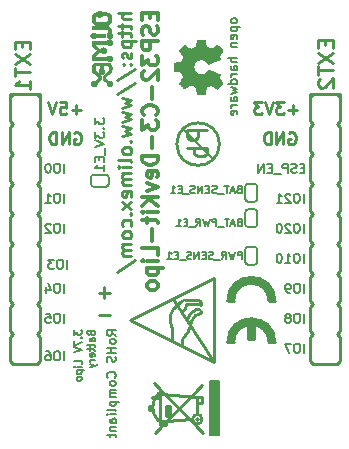
<source format=gbr>
G04 #@! TF.GenerationSoftware,KiCad,Pcbnew,5.1.6-c6e7f7d~87~ubuntu18.04.1*
G04 #@! TF.CreationDate,2022-09-28T14:17:23+03:00*
G04 #@! TF.ProjectId,ESP32-C3-DevKit-Lipo_Rev_B,45535033-322d-4433-932d-4465764b6974,B*
G04 #@! TF.SameCoordinates,Original*
G04 #@! TF.FileFunction,Legend,Bot*
G04 #@! TF.FilePolarity,Positive*
%FSLAX46Y46*%
G04 Gerber Fmt 4.6, Leading zero omitted, Abs format (unit mm)*
G04 Created by KiCad (PCBNEW 5.1.6-c6e7f7d~87~ubuntu18.04.1) date 2022-09-28 14:17:23*
%MOMM*%
%LPD*%
G01*
G04 APERTURE LIST*
%ADD10C,0.254000*%
%ADD11C,0.190500*%
%ADD12C,0.158750*%
%ADD13C,0.317500*%
%ADD14C,0.150000*%
%ADD15C,0.127000*%
%ADD16C,0.200000*%
%ADD17C,0.010000*%
%ADD18C,0.300000*%
%ADD19C,0.009000*%
%ADD20C,0.152400*%
G04 APERTURE END LIST*
D10*
X153872595Y-86432571D02*
X153098500Y-86432571D01*
X153485547Y-86819619D02*
X153485547Y-86045523D01*
X152711452Y-85803619D02*
X152082500Y-85803619D01*
X152421166Y-86190666D01*
X152276023Y-86190666D01*
X152179261Y-86239047D01*
X152130880Y-86287428D01*
X152082500Y-86384190D01*
X152082500Y-86626095D01*
X152130880Y-86722857D01*
X152179261Y-86771238D01*
X152276023Y-86819619D01*
X152566309Y-86819619D01*
X152663071Y-86771238D01*
X152711452Y-86722857D01*
X151792214Y-85803619D02*
X151453547Y-86819619D01*
X151114880Y-85803619D01*
X150872976Y-85803619D02*
X150244023Y-85803619D01*
X150582690Y-86190666D01*
X150437547Y-86190666D01*
X150340785Y-86239047D01*
X150292404Y-86287428D01*
X150244023Y-86384190D01*
X150244023Y-86626095D01*
X150292404Y-86722857D01*
X150340785Y-86771238D01*
X150437547Y-86819619D01*
X150727833Y-86819619D01*
X150824595Y-86771238D01*
X150872976Y-86722857D01*
X153174095Y-88392000D02*
X153270857Y-88343619D01*
X153416000Y-88343619D01*
X153561142Y-88392000D01*
X153657904Y-88488761D01*
X153706285Y-88585523D01*
X153754666Y-88779047D01*
X153754666Y-88924190D01*
X153706285Y-89117714D01*
X153657904Y-89214476D01*
X153561142Y-89311238D01*
X153416000Y-89359619D01*
X153319238Y-89359619D01*
X153174095Y-89311238D01*
X153125714Y-89262857D01*
X153125714Y-88924190D01*
X153319238Y-88924190D01*
X152690285Y-89359619D02*
X152690285Y-88343619D01*
X152109714Y-89359619D01*
X152109714Y-88343619D01*
X151625904Y-89359619D02*
X151625904Y-88343619D01*
X151384000Y-88343619D01*
X151238857Y-88392000D01*
X151142095Y-88488761D01*
X151093714Y-88585523D01*
X151045333Y-88779047D01*
X151045333Y-88924190D01*
X151093714Y-89117714D01*
X151142095Y-89214476D01*
X151238857Y-89311238D01*
X151384000Y-89359619D01*
X151625904Y-89359619D01*
D11*
X154468285Y-91385571D02*
X154214285Y-91385571D01*
X154105428Y-91784714D02*
X154468285Y-91784714D01*
X154468285Y-91022714D01*
X154105428Y-91022714D01*
X153815142Y-91748428D02*
X153706285Y-91784714D01*
X153524857Y-91784714D01*
X153452285Y-91748428D01*
X153416000Y-91712142D01*
X153379714Y-91639571D01*
X153379714Y-91567000D01*
X153416000Y-91494428D01*
X153452285Y-91458142D01*
X153524857Y-91421857D01*
X153670000Y-91385571D01*
X153742571Y-91349285D01*
X153778857Y-91313000D01*
X153815142Y-91240428D01*
X153815142Y-91167857D01*
X153778857Y-91095285D01*
X153742571Y-91059000D01*
X153670000Y-91022714D01*
X153488571Y-91022714D01*
X153379714Y-91059000D01*
X153053142Y-91784714D02*
X153053142Y-91022714D01*
X152762857Y-91022714D01*
X152690285Y-91059000D01*
X152654000Y-91095285D01*
X152617714Y-91167857D01*
X152617714Y-91276714D01*
X152654000Y-91349285D01*
X152690285Y-91385571D01*
X152762857Y-91421857D01*
X153053142Y-91421857D01*
X152472571Y-91857285D02*
X151892000Y-91857285D01*
X151710571Y-91385571D02*
X151456571Y-91385571D01*
X151347714Y-91784714D02*
X151710571Y-91784714D01*
X151710571Y-91022714D01*
X151347714Y-91022714D01*
X151021142Y-91784714D02*
X151021142Y-91022714D01*
X150585714Y-91784714D01*
X150585714Y-91022714D01*
X154413857Y-94324714D02*
X154413857Y-93562714D01*
X153905857Y-93562714D02*
X153760714Y-93562714D01*
X153688142Y-93599000D01*
X153615571Y-93671571D01*
X153579285Y-93816714D01*
X153579285Y-94070714D01*
X153615571Y-94215857D01*
X153688142Y-94288428D01*
X153760714Y-94324714D01*
X153905857Y-94324714D01*
X153978428Y-94288428D01*
X154051000Y-94215857D01*
X154087285Y-94070714D01*
X154087285Y-93816714D01*
X154051000Y-93671571D01*
X153978428Y-93599000D01*
X153905857Y-93562714D01*
X153289000Y-93635285D02*
X153252714Y-93599000D01*
X153180142Y-93562714D01*
X152998714Y-93562714D01*
X152926142Y-93599000D01*
X152889857Y-93635285D01*
X152853571Y-93707857D01*
X152853571Y-93780428D01*
X152889857Y-93889285D01*
X153325285Y-94324714D01*
X152853571Y-94324714D01*
X152127857Y-94324714D02*
X152563285Y-94324714D01*
X152345571Y-94324714D02*
X152345571Y-93562714D01*
X152418142Y-93671571D01*
X152490714Y-93744142D01*
X152563285Y-93780428D01*
X154413857Y-96864714D02*
X154413857Y-96102714D01*
X153905857Y-96102714D02*
X153760714Y-96102714D01*
X153688142Y-96139000D01*
X153615571Y-96211571D01*
X153579285Y-96356714D01*
X153579285Y-96610714D01*
X153615571Y-96755857D01*
X153688142Y-96828428D01*
X153760714Y-96864714D01*
X153905857Y-96864714D01*
X153978428Y-96828428D01*
X154051000Y-96755857D01*
X154087285Y-96610714D01*
X154087285Y-96356714D01*
X154051000Y-96211571D01*
X153978428Y-96139000D01*
X153905857Y-96102714D01*
X153289000Y-96175285D02*
X153252714Y-96139000D01*
X153180142Y-96102714D01*
X152998714Y-96102714D01*
X152926142Y-96139000D01*
X152889857Y-96175285D01*
X152853571Y-96247857D01*
X152853571Y-96320428D01*
X152889857Y-96429285D01*
X153325285Y-96864714D01*
X152853571Y-96864714D01*
X152381857Y-96102714D02*
X152309285Y-96102714D01*
X152236714Y-96139000D01*
X152200428Y-96175285D01*
X152164142Y-96247857D01*
X152127857Y-96393000D01*
X152127857Y-96574428D01*
X152164142Y-96719571D01*
X152200428Y-96792142D01*
X152236714Y-96828428D01*
X152309285Y-96864714D01*
X152381857Y-96864714D01*
X152454428Y-96828428D01*
X152490714Y-96792142D01*
X152527000Y-96719571D01*
X152563285Y-96574428D01*
X152563285Y-96393000D01*
X152527000Y-96247857D01*
X152490714Y-96175285D01*
X152454428Y-96139000D01*
X152381857Y-96102714D01*
X154413857Y-99404714D02*
X154413857Y-98642714D01*
X153905857Y-98642714D02*
X153760714Y-98642714D01*
X153688142Y-98679000D01*
X153615571Y-98751571D01*
X153579285Y-98896714D01*
X153579285Y-99150714D01*
X153615571Y-99295857D01*
X153688142Y-99368428D01*
X153760714Y-99404714D01*
X153905857Y-99404714D01*
X153978428Y-99368428D01*
X154051000Y-99295857D01*
X154087285Y-99150714D01*
X154087285Y-98896714D01*
X154051000Y-98751571D01*
X153978428Y-98679000D01*
X153905857Y-98642714D01*
X152853571Y-99404714D02*
X153289000Y-99404714D01*
X153071285Y-99404714D02*
X153071285Y-98642714D01*
X153143857Y-98751571D01*
X153216428Y-98824142D01*
X153289000Y-98860428D01*
X152381857Y-98642714D02*
X152309285Y-98642714D01*
X152236714Y-98679000D01*
X152200428Y-98715285D01*
X152164142Y-98787857D01*
X152127857Y-98933000D01*
X152127857Y-99114428D01*
X152164142Y-99259571D01*
X152200428Y-99332142D01*
X152236714Y-99368428D01*
X152309285Y-99404714D01*
X152381857Y-99404714D01*
X152454428Y-99368428D01*
X152490714Y-99332142D01*
X152527000Y-99259571D01*
X152563285Y-99114428D01*
X152563285Y-98933000D01*
X152527000Y-98787857D01*
X152490714Y-98715285D01*
X152454428Y-98679000D01*
X152381857Y-98642714D01*
X154432000Y-101944714D02*
X154432000Y-101182714D01*
X153924000Y-101182714D02*
X153778857Y-101182714D01*
X153706285Y-101219000D01*
X153633714Y-101291571D01*
X153597428Y-101436714D01*
X153597428Y-101690714D01*
X153633714Y-101835857D01*
X153706285Y-101908428D01*
X153778857Y-101944714D01*
X153924000Y-101944714D01*
X153996571Y-101908428D01*
X154069142Y-101835857D01*
X154105428Y-101690714D01*
X154105428Y-101436714D01*
X154069142Y-101291571D01*
X153996571Y-101219000D01*
X153924000Y-101182714D01*
X153234571Y-101944714D02*
X153089428Y-101944714D01*
X153016857Y-101908428D01*
X152980571Y-101872142D01*
X152908000Y-101763285D01*
X152871714Y-101618142D01*
X152871714Y-101327857D01*
X152908000Y-101255285D01*
X152944285Y-101219000D01*
X153016857Y-101182714D01*
X153162000Y-101182714D01*
X153234571Y-101219000D01*
X153270857Y-101255285D01*
X153307142Y-101327857D01*
X153307142Y-101509285D01*
X153270857Y-101581857D01*
X153234571Y-101618142D01*
X153162000Y-101654428D01*
X153016857Y-101654428D01*
X152944285Y-101618142D01*
X152908000Y-101581857D01*
X152871714Y-101509285D01*
X154432000Y-104484714D02*
X154432000Y-103722714D01*
X153924000Y-103722714D02*
X153778857Y-103722714D01*
X153706285Y-103759000D01*
X153633714Y-103831571D01*
X153597428Y-103976714D01*
X153597428Y-104230714D01*
X153633714Y-104375857D01*
X153706285Y-104448428D01*
X153778857Y-104484714D01*
X153924000Y-104484714D01*
X153996571Y-104448428D01*
X154069142Y-104375857D01*
X154105428Y-104230714D01*
X154105428Y-103976714D01*
X154069142Y-103831571D01*
X153996571Y-103759000D01*
X153924000Y-103722714D01*
X153162000Y-104049285D02*
X153234571Y-104013000D01*
X153270857Y-103976714D01*
X153307142Y-103904142D01*
X153307142Y-103867857D01*
X153270857Y-103795285D01*
X153234571Y-103759000D01*
X153162000Y-103722714D01*
X153016857Y-103722714D01*
X152944285Y-103759000D01*
X152908000Y-103795285D01*
X152871714Y-103867857D01*
X152871714Y-103904142D01*
X152908000Y-103976714D01*
X152944285Y-104013000D01*
X153016857Y-104049285D01*
X153162000Y-104049285D01*
X153234571Y-104085571D01*
X153270857Y-104121857D01*
X153307142Y-104194428D01*
X153307142Y-104339571D01*
X153270857Y-104412142D01*
X153234571Y-104448428D01*
X153162000Y-104484714D01*
X153016857Y-104484714D01*
X152944285Y-104448428D01*
X152908000Y-104412142D01*
X152871714Y-104339571D01*
X152871714Y-104194428D01*
X152908000Y-104121857D01*
X152944285Y-104085571D01*
X153016857Y-104049285D01*
X154432000Y-107024714D02*
X154432000Y-106262714D01*
X153924000Y-106262714D02*
X153778857Y-106262714D01*
X153706285Y-106299000D01*
X153633714Y-106371571D01*
X153597428Y-106516714D01*
X153597428Y-106770714D01*
X153633714Y-106915857D01*
X153706285Y-106988428D01*
X153778857Y-107024714D01*
X153924000Y-107024714D01*
X153996571Y-106988428D01*
X154069142Y-106915857D01*
X154105428Y-106770714D01*
X154105428Y-106516714D01*
X154069142Y-106371571D01*
X153996571Y-106299000D01*
X153924000Y-106262714D01*
X153343428Y-106262714D02*
X152835428Y-106262714D01*
X153162000Y-107024714D01*
D10*
X138024809Y-103849714D02*
X137057190Y-103849714D01*
D11*
X134112000Y-107659714D02*
X134112000Y-106897714D01*
X133604000Y-106897714D02*
X133458857Y-106897714D01*
X133386285Y-106934000D01*
X133313714Y-107006571D01*
X133277428Y-107151714D01*
X133277428Y-107405714D01*
X133313714Y-107550857D01*
X133386285Y-107623428D01*
X133458857Y-107659714D01*
X133604000Y-107659714D01*
X133676571Y-107623428D01*
X133749142Y-107550857D01*
X133785428Y-107405714D01*
X133785428Y-107151714D01*
X133749142Y-107006571D01*
X133676571Y-106934000D01*
X133604000Y-106897714D01*
X132624285Y-106897714D02*
X132769428Y-106897714D01*
X132842000Y-106934000D01*
X132878285Y-106970285D01*
X132950857Y-107079142D01*
X132987142Y-107224285D01*
X132987142Y-107514571D01*
X132950857Y-107587142D01*
X132914571Y-107623428D01*
X132842000Y-107659714D01*
X132696857Y-107659714D01*
X132624285Y-107623428D01*
X132588000Y-107587142D01*
X132551714Y-107514571D01*
X132551714Y-107333142D01*
X132588000Y-107260571D01*
X132624285Y-107224285D01*
X132696857Y-107188000D01*
X132842000Y-107188000D01*
X132914571Y-107224285D01*
X132950857Y-107260571D01*
X132987142Y-107333142D01*
X134112000Y-104484714D02*
X134112000Y-103722714D01*
X133604000Y-103722714D02*
X133458857Y-103722714D01*
X133386285Y-103759000D01*
X133313714Y-103831571D01*
X133277428Y-103976714D01*
X133277428Y-104230714D01*
X133313714Y-104375857D01*
X133386285Y-104448428D01*
X133458857Y-104484714D01*
X133604000Y-104484714D01*
X133676571Y-104448428D01*
X133749142Y-104375857D01*
X133785428Y-104230714D01*
X133785428Y-103976714D01*
X133749142Y-103831571D01*
X133676571Y-103759000D01*
X133604000Y-103722714D01*
X132588000Y-103722714D02*
X132950857Y-103722714D01*
X132987142Y-104085571D01*
X132950857Y-104049285D01*
X132878285Y-104013000D01*
X132696857Y-104013000D01*
X132624285Y-104049285D01*
X132588000Y-104085571D01*
X132551714Y-104158142D01*
X132551714Y-104339571D01*
X132588000Y-104412142D01*
X132624285Y-104448428D01*
X132696857Y-104484714D01*
X132878285Y-104484714D01*
X132950857Y-104448428D01*
X132987142Y-104412142D01*
X134112000Y-101944714D02*
X134112000Y-101182714D01*
X133604000Y-101182714D02*
X133458857Y-101182714D01*
X133386285Y-101219000D01*
X133313714Y-101291571D01*
X133277428Y-101436714D01*
X133277428Y-101690714D01*
X133313714Y-101835857D01*
X133386285Y-101908428D01*
X133458857Y-101944714D01*
X133604000Y-101944714D01*
X133676571Y-101908428D01*
X133749142Y-101835857D01*
X133785428Y-101690714D01*
X133785428Y-101436714D01*
X133749142Y-101291571D01*
X133676571Y-101219000D01*
X133604000Y-101182714D01*
X132624285Y-101436714D02*
X132624285Y-101944714D01*
X132805714Y-101146428D02*
X132987142Y-101690714D01*
X132515428Y-101690714D01*
X134366000Y-99912714D02*
X134366000Y-99150714D01*
X133858000Y-99150714D02*
X133712857Y-99150714D01*
X133640285Y-99187000D01*
X133567714Y-99259571D01*
X133531428Y-99404714D01*
X133531428Y-99658714D01*
X133567714Y-99803857D01*
X133640285Y-99876428D01*
X133712857Y-99912714D01*
X133858000Y-99912714D01*
X133930571Y-99876428D01*
X134003142Y-99803857D01*
X134039428Y-99658714D01*
X134039428Y-99404714D01*
X134003142Y-99259571D01*
X133930571Y-99187000D01*
X133858000Y-99150714D01*
X133277428Y-99150714D02*
X132805714Y-99150714D01*
X133059714Y-99441000D01*
X132950857Y-99441000D01*
X132878285Y-99477285D01*
X132842000Y-99513571D01*
X132805714Y-99586142D01*
X132805714Y-99767571D01*
X132842000Y-99840142D01*
X132878285Y-99876428D01*
X132950857Y-99912714D01*
X133168571Y-99912714D01*
X133241142Y-99876428D01*
X133277428Y-99840142D01*
X134112000Y-96864714D02*
X134112000Y-96102714D01*
X133604000Y-96102714D02*
X133458857Y-96102714D01*
X133386285Y-96139000D01*
X133313714Y-96211571D01*
X133277428Y-96356714D01*
X133277428Y-96610714D01*
X133313714Y-96755857D01*
X133386285Y-96828428D01*
X133458857Y-96864714D01*
X133604000Y-96864714D01*
X133676571Y-96828428D01*
X133749142Y-96755857D01*
X133785428Y-96610714D01*
X133785428Y-96356714D01*
X133749142Y-96211571D01*
X133676571Y-96139000D01*
X133604000Y-96102714D01*
X132987142Y-96175285D02*
X132950857Y-96139000D01*
X132878285Y-96102714D01*
X132696857Y-96102714D01*
X132624285Y-96139000D01*
X132588000Y-96175285D01*
X132551714Y-96247857D01*
X132551714Y-96320428D01*
X132588000Y-96429285D01*
X133023428Y-96864714D01*
X132551714Y-96864714D01*
X134112000Y-94324714D02*
X134112000Y-93562714D01*
X133604000Y-93562714D02*
X133458857Y-93562714D01*
X133386285Y-93599000D01*
X133313714Y-93671571D01*
X133277428Y-93816714D01*
X133277428Y-94070714D01*
X133313714Y-94215857D01*
X133386285Y-94288428D01*
X133458857Y-94324714D01*
X133604000Y-94324714D01*
X133676571Y-94288428D01*
X133749142Y-94215857D01*
X133785428Y-94070714D01*
X133785428Y-93816714D01*
X133749142Y-93671571D01*
X133676571Y-93599000D01*
X133604000Y-93562714D01*
X132551714Y-94324714D02*
X132987142Y-94324714D01*
X132769428Y-94324714D02*
X132769428Y-93562714D01*
X132842000Y-93671571D01*
X132914571Y-93744142D01*
X132987142Y-93780428D01*
D10*
X139836071Y-78295500D02*
X138693071Y-78295500D01*
X139836071Y-78785357D02*
X139237357Y-78785357D01*
X139128500Y-78730928D01*
X139074071Y-78622071D01*
X139074071Y-78458785D01*
X139128500Y-78349928D01*
X139182928Y-78295500D01*
X139074071Y-79166357D02*
X139074071Y-79601785D01*
X138693071Y-79329642D02*
X139672785Y-79329642D01*
X139781642Y-79384071D01*
X139836071Y-79492928D01*
X139836071Y-79601785D01*
X139074071Y-79819500D02*
X139074071Y-80254928D01*
X138693071Y-79982785D02*
X139672785Y-79982785D01*
X139781642Y-80037214D01*
X139836071Y-80146071D01*
X139836071Y-80254928D01*
X139074071Y-80635928D02*
X140217071Y-80635928D01*
X139128500Y-80635928D02*
X139074071Y-80744785D01*
X139074071Y-80962500D01*
X139128500Y-81071357D01*
X139182928Y-81125785D01*
X139291785Y-81180214D01*
X139618357Y-81180214D01*
X139727214Y-81125785D01*
X139781642Y-81071357D01*
X139836071Y-80962500D01*
X139836071Y-80744785D01*
X139781642Y-80635928D01*
X139781642Y-81615642D02*
X139836071Y-81724500D01*
X139836071Y-81942214D01*
X139781642Y-82051071D01*
X139672785Y-82105500D01*
X139618357Y-82105500D01*
X139509500Y-82051071D01*
X139455071Y-81942214D01*
X139455071Y-81778928D01*
X139400642Y-81670071D01*
X139291785Y-81615642D01*
X139237357Y-81615642D01*
X139128500Y-81670071D01*
X139074071Y-81778928D01*
X139074071Y-81942214D01*
X139128500Y-82051071D01*
X139727214Y-82595357D02*
X139781642Y-82649785D01*
X139836071Y-82595357D01*
X139781642Y-82540928D01*
X139727214Y-82595357D01*
X139836071Y-82595357D01*
X139128500Y-82595357D02*
X139182928Y-82649785D01*
X139237357Y-82595357D01*
X139182928Y-82540928D01*
X139128500Y-82595357D01*
X139237357Y-82595357D01*
X138638642Y-83956071D02*
X140108214Y-82976357D01*
X138638642Y-85153500D02*
X140108214Y-84173785D01*
X139074071Y-85425642D02*
X139836071Y-85643357D01*
X139291785Y-85861071D01*
X139836071Y-86078785D01*
X139074071Y-86296500D01*
X139074071Y-86623071D02*
X139836071Y-86840785D01*
X139291785Y-87058500D01*
X139836071Y-87276214D01*
X139074071Y-87493928D01*
X139074071Y-87820500D02*
X139836071Y-88038214D01*
X139291785Y-88255928D01*
X139836071Y-88473642D01*
X139074071Y-88691357D01*
X139727214Y-89126785D02*
X139781642Y-89181214D01*
X139836071Y-89126785D01*
X139781642Y-89072357D01*
X139727214Y-89126785D01*
X139836071Y-89126785D01*
X139836071Y-89834357D02*
X139781642Y-89725500D01*
X139727214Y-89671071D01*
X139618357Y-89616642D01*
X139291785Y-89616642D01*
X139182928Y-89671071D01*
X139128500Y-89725500D01*
X139074071Y-89834357D01*
X139074071Y-89997642D01*
X139128500Y-90106500D01*
X139182928Y-90160928D01*
X139291785Y-90215357D01*
X139618357Y-90215357D01*
X139727214Y-90160928D01*
X139781642Y-90106500D01*
X139836071Y-89997642D01*
X139836071Y-89834357D01*
X139836071Y-90868500D02*
X139781642Y-90759642D01*
X139672785Y-90705214D01*
X138693071Y-90705214D01*
X139836071Y-91303928D02*
X139074071Y-91303928D01*
X138693071Y-91303928D02*
X138747500Y-91249500D01*
X138801928Y-91303928D01*
X138747500Y-91358357D01*
X138693071Y-91303928D01*
X138801928Y-91303928D01*
X139836071Y-91848214D02*
X139074071Y-91848214D01*
X139182928Y-91848214D02*
X139128500Y-91902642D01*
X139074071Y-92011500D01*
X139074071Y-92174785D01*
X139128500Y-92283642D01*
X139237357Y-92338071D01*
X139836071Y-92338071D01*
X139237357Y-92338071D02*
X139128500Y-92392500D01*
X139074071Y-92501357D01*
X139074071Y-92664642D01*
X139128500Y-92773500D01*
X139237357Y-92827928D01*
X139836071Y-92827928D01*
X139781642Y-93807642D02*
X139836071Y-93698785D01*
X139836071Y-93481071D01*
X139781642Y-93372214D01*
X139672785Y-93317785D01*
X139237357Y-93317785D01*
X139128500Y-93372214D01*
X139074071Y-93481071D01*
X139074071Y-93698785D01*
X139128500Y-93807642D01*
X139237357Y-93862071D01*
X139346214Y-93862071D01*
X139455071Y-93317785D01*
X139836071Y-94243071D02*
X139074071Y-94841785D01*
X139074071Y-94243071D02*
X139836071Y-94841785D01*
X139727214Y-95277214D02*
X139781642Y-95331642D01*
X139836071Y-95277214D01*
X139781642Y-95222785D01*
X139727214Y-95277214D01*
X139836071Y-95277214D01*
X139781642Y-96311357D02*
X139836071Y-96202500D01*
X139836071Y-95984785D01*
X139781642Y-95875928D01*
X139727214Y-95821500D01*
X139618357Y-95767071D01*
X139291785Y-95767071D01*
X139182928Y-95821500D01*
X139128500Y-95875928D01*
X139074071Y-95984785D01*
X139074071Y-96202500D01*
X139128500Y-96311357D01*
X139836071Y-96964500D02*
X139781642Y-96855642D01*
X139727214Y-96801214D01*
X139618357Y-96746785D01*
X139291785Y-96746785D01*
X139182928Y-96801214D01*
X139128500Y-96855642D01*
X139074071Y-96964500D01*
X139074071Y-97127785D01*
X139128500Y-97236642D01*
X139182928Y-97291071D01*
X139291785Y-97345500D01*
X139618357Y-97345500D01*
X139727214Y-97291071D01*
X139781642Y-97236642D01*
X139836071Y-97127785D01*
X139836071Y-96964500D01*
X139836071Y-97835357D02*
X139074071Y-97835357D01*
X139182928Y-97835357D02*
X139128500Y-97889785D01*
X139074071Y-97998642D01*
X139074071Y-98161928D01*
X139128500Y-98270785D01*
X139237357Y-98325214D01*
X139836071Y-98325214D01*
X139237357Y-98325214D02*
X139128500Y-98379642D01*
X139074071Y-98488500D01*
X139074071Y-98651785D01*
X139128500Y-98760642D01*
X139237357Y-98815071D01*
X139836071Y-98815071D01*
X138638642Y-100175785D02*
X140108214Y-99196071D01*
D11*
X134112000Y-91784714D02*
X134112000Y-91022714D01*
X133604000Y-91022714D02*
X133458857Y-91022714D01*
X133386285Y-91059000D01*
X133313714Y-91131571D01*
X133277428Y-91276714D01*
X133277428Y-91530714D01*
X133313714Y-91675857D01*
X133386285Y-91748428D01*
X133458857Y-91784714D01*
X133604000Y-91784714D01*
X133676571Y-91748428D01*
X133749142Y-91675857D01*
X133785428Y-91530714D01*
X133785428Y-91276714D01*
X133749142Y-91131571D01*
X133676571Y-91059000D01*
X133604000Y-91022714D01*
X132805714Y-91022714D02*
X132733142Y-91022714D01*
X132660571Y-91059000D01*
X132624285Y-91095285D01*
X132588000Y-91167857D01*
X132551714Y-91313000D01*
X132551714Y-91494428D01*
X132588000Y-91639571D01*
X132624285Y-91712142D01*
X132660571Y-91748428D01*
X132733142Y-91784714D01*
X132805714Y-91784714D01*
X132878285Y-91748428D01*
X132914571Y-91712142D01*
X132950857Y-91639571D01*
X132987142Y-91494428D01*
X132987142Y-91313000D01*
X132950857Y-91167857D01*
X132914571Y-91095285D01*
X132878285Y-91059000D01*
X132805714Y-91022714D01*
D10*
X135013095Y-88392000D02*
X135109857Y-88343619D01*
X135255000Y-88343619D01*
X135400142Y-88392000D01*
X135496904Y-88488761D01*
X135545285Y-88585523D01*
X135593666Y-88779047D01*
X135593666Y-88924190D01*
X135545285Y-89117714D01*
X135496904Y-89214476D01*
X135400142Y-89311238D01*
X135255000Y-89359619D01*
X135158238Y-89359619D01*
X135013095Y-89311238D01*
X134964714Y-89262857D01*
X134964714Y-88924190D01*
X135158238Y-88924190D01*
X134529285Y-89359619D02*
X134529285Y-88343619D01*
X133948714Y-89359619D01*
X133948714Y-88343619D01*
X133464904Y-89359619D02*
X133464904Y-88343619D01*
X133223000Y-88343619D01*
X133077857Y-88392000D01*
X132981095Y-88488761D01*
X132932714Y-88585523D01*
X132884333Y-88779047D01*
X132884333Y-88924190D01*
X132932714Y-89117714D01*
X132981095Y-89214476D01*
X133077857Y-89311238D01*
X133223000Y-89359619D01*
X133464904Y-89359619D01*
X138024809Y-101944714D02*
X137057190Y-101944714D01*
X137541000Y-102428523D02*
X137541000Y-101460904D01*
D12*
X134986636Y-105095901D02*
X134986636Y-105488997D01*
X135228541Y-105277330D01*
X135228541Y-105368044D01*
X135258779Y-105428520D01*
X135289017Y-105458758D01*
X135349494Y-105488997D01*
X135500684Y-105488997D01*
X135561160Y-105458758D01*
X135591398Y-105428520D01*
X135621636Y-105368044D01*
X135621636Y-105186616D01*
X135591398Y-105126139D01*
X135561160Y-105095901D01*
X135561160Y-105761139D02*
X135591398Y-105791377D01*
X135621636Y-105761139D01*
X135591398Y-105730901D01*
X135561160Y-105761139D01*
X135621636Y-105761139D01*
X134986636Y-106003044D02*
X134986636Y-106426377D01*
X135621636Y-106154235D01*
X134986636Y-106577568D02*
X135621636Y-106789235D01*
X134986636Y-107000901D01*
X135621636Y-107998758D02*
X135621636Y-107696377D01*
X134986636Y-107696377D01*
X135621636Y-108210425D02*
X135198303Y-108210425D01*
X134986636Y-108210425D02*
X135016875Y-108180187D01*
X135047113Y-108210425D01*
X135016875Y-108240663D01*
X134986636Y-108210425D01*
X135047113Y-108210425D01*
X135198303Y-108512806D02*
X135833303Y-108512806D01*
X135228541Y-108512806D02*
X135198303Y-108573282D01*
X135198303Y-108694235D01*
X135228541Y-108754711D01*
X135258779Y-108784949D01*
X135319255Y-108815187D01*
X135500684Y-108815187D01*
X135561160Y-108784949D01*
X135591398Y-108754711D01*
X135621636Y-108694235D01*
X135621636Y-108573282D01*
X135591398Y-108512806D01*
X135621636Y-109178044D02*
X135591398Y-109117568D01*
X135561160Y-109087330D01*
X135500684Y-109057092D01*
X135319255Y-109057092D01*
X135258779Y-109087330D01*
X135228541Y-109117568D01*
X135198303Y-109178044D01*
X135198303Y-109268758D01*
X135228541Y-109329235D01*
X135258779Y-109359473D01*
X135319255Y-109389711D01*
X135500684Y-109389711D01*
X135561160Y-109359473D01*
X135591398Y-109329235D01*
X135621636Y-109268758D01*
X135621636Y-109178044D01*
X136400267Y-105368044D02*
X136430505Y-105458758D01*
X136460744Y-105488997D01*
X136521220Y-105519235D01*
X136611934Y-105519235D01*
X136672410Y-105488997D01*
X136702648Y-105458758D01*
X136732886Y-105398282D01*
X136732886Y-105156377D01*
X136097886Y-105156377D01*
X136097886Y-105368044D01*
X136128125Y-105428520D01*
X136158363Y-105458758D01*
X136218839Y-105488997D01*
X136279315Y-105488997D01*
X136339791Y-105458758D01*
X136370029Y-105428520D01*
X136400267Y-105368044D01*
X136400267Y-105156377D01*
X136732886Y-106063520D02*
X136400267Y-106063520D01*
X136339791Y-106033282D01*
X136309553Y-105972806D01*
X136309553Y-105851854D01*
X136339791Y-105791377D01*
X136702648Y-106063520D02*
X136732886Y-106003044D01*
X136732886Y-105851854D01*
X136702648Y-105791377D01*
X136642172Y-105761139D01*
X136581696Y-105761139D01*
X136521220Y-105791377D01*
X136490982Y-105851854D01*
X136490982Y-106003044D01*
X136460744Y-106063520D01*
X136309553Y-106275187D02*
X136309553Y-106517092D01*
X136097886Y-106365901D02*
X136642172Y-106365901D01*
X136702648Y-106396139D01*
X136732886Y-106456616D01*
X136732886Y-106517092D01*
X136309553Y-106638044D02*
X136309553Y-106879949D01*
X136097886Y-106728758D02*
X136642172Y-106728758D01*
X136702648Y-106758997D01*
X136732886Y-106819473D01*
X136732886Y-106879949D01*
X136702648Y-107333520D02*
X136732886Y-107273044D01*
X136732886Y-107152092D01*
X136702648Y-107091616D01*
X136642172Y-107061377D01*
X136400267Y-107061377D01*
X136339791Y-107091616D01*
X136309553Y-107152092D01*
X136309553Y-107273044D01*
X136339791Y-107333520D01*
X136400267Y-107363758D01*
X136460744Y-107363758D01*
X136521220Y-107061377D01*
X136732886Y-107635901D02*
X136309553Y-107635901D01*
X136430505Y-107635901D02*
X136370029Y-107666139D01*
X136339791Y-107696377D01*
X136309553Y-107756854D01*
X136309553Y-107817330D01*
X136309553Y-107968520D02*
X136732886Y-108119711D01*
X136309553Y-108270901D02*
X136732886Y-108119711D01*
X136884077Y-108059235D01*
X136914315Y-108028997D01*
X136944553Y-107968520D01*
D11*
X138520714Y-105573285D02*
X138157857Y-105319285D01*
X138520714Y-105137857D02*
X137758714Y-105137857D01*
X137758714Y-105428142D01*
X137795000Y-105500714D01*
X137831285Y-105537000D01*
X137903857Y-105573285D01*
X138012714Y-105573285D01*
X138085285Y-105537000D01*
X138121571Y-105500714D01*
X138157857Y-105428142D01*
X138157857Y-105137857D01*
X138520714Y-106008714D02*
X138484428Y-105936142D01*
X138448142Y-105899857D01*
X138375571Y-105863571D01*
X138157857Y-105863571D01*
X138085285Y-105899857D01*
X138049000Y-105936142D01*
X138012714Y-106008714D01*
X138012714Y-106117571D01*
X138049000Y-106190142D01*
X138085285Y-106226428D01*
X138157857Y-106262714D01*
X138375571Y-106262714D01*
X138448142Y-106226428D01*
X138484428Y-106190142D01*
X138520714Y-106117571D01*
X138520714Y-106008714D01*
X138520714Y-106589285D02*
X137758714Y-106589285D01*
X138121571Y-106589285D02*
X138121571Y-107024714D01*
X138520714Y-107024714D02*
X137758714Y-107024714D01*
X138484428Y-107351285D02*
X138520714Y-107460142D01*
X138520714Y-107641571D01*
X138484428Y-107714142D01*
X138448142Y-107750428D01*
X138375571Y-107786714D01*
X138303000Y-107786714D01*
X138230428Y-107750428D01*
X138194142Y-107714142D01*
X138157857Y-107641571D01*
X138121571Y-107496428D01*
X138085285Y-107423857D01*
X138049000Y-107387571D01*
X137976428Y-107351285D01*
X137903857Y-107351285D01*
X137831285Y-107387571D01*
X137795000Y-107423857D01*
X137758714Y-107496428D01*
X137758714Y-107677857D01*
X137795000Y-107786714D01*
X138448142Y-109129285D02*
X138484428Y-109093000D01*
X138520714Y-108984142D01*
X138520714Y-108911571D01*
X138484428Y-108802714D01*
X138411857Y-108730142D01*
X138339285Y-108693857D01*
X138194142Y-108657571D01*
X138085285Y-108657571D01*
X137940142Y-108693857D01*
X137867571Y-108730142D01*
X137795000Y-108802714D01*
X137758714Y-108911571D01*
X137758714Y-108984142D01*
X137795000Y-109093000D01*
X137831285Y-109129285D01*
X138520714Y-109564714D02*
X138484428Y-109492142D01*
X138448142Y-109455857D01*
X138375571Y-109419571D01*
X138157857Y-109419571D01*
X138085285Y-109455857D01*
X138049000Y-109492142D01*
X138012714Y-109564714D01*
X138012714Y-109673571D01*
X138049000Y-109746142D01*
X138085285Y-109782428D01*
X138157857Y-109818714D01*
X138375571Y-109818714D01*
X138448142Y-109782428D01*
X138484428Y-109746142D01*
X138520714Y-109673571D01*
X138520714Y-109564714D01*
X138520714Y-110145285D02*
X138012714Y-110145285D01*
X138085285Y-110145285D02*
X138049000Y-110181571D01*
X138012714Y-110254142D01*
X138012714Y-110363000D01*
X138049000Y-110435571D01*
X138121571Y-110471857D01*
X138520714Y-110471857D01*
X138121571Y-110471857D02*
X138049000Y-110508142D01*
X138012714Y-110580714D01*
X138012714Y-110689571D01*
X138049000Y-110762142D01*
X138121571Y-110798428D01*
X138520714Y-110798428D01*
X138012714Y-111161285D02*
X138774714Y-111161285D01*
X138049000Y-111161285D02*
X138012714Y-111233857D01*
X138012714Y-111379000D01*
X138049000Y-111451571D01*
X138085285Y-111487857D01*
X138157857Y-111524142D01*
X138375571Y-111524142D01*
X138448142Y-111487857D01*
X138484428Y-111451571D01*
X138520714Y-111379000D01*
X138520714Y-111233857D01*
X138484428Y-111161285D01*
X138520714Y-111959571D02*
X138484428Y-111887000D01*
X138411857Y-111850714D01*
X137758714Y-111850714D01*
X138520714Y-112249857D02*
X138012714Y-112249857D01*
X137758714Y-112249857D02*
X137795000Y-112213571D01*
X137831285Y-112249857D01*
X137795000Y-112286142D01*
X137758714Y-112249857D01*
X137831285Y-112249857D01*
X138520714Y-112939285D02*
X138121571Y-112939285D01*
X138049000Y-112903000D01*
X138012714Y-112830428D01*
X138012714Y-112685285D01*
X138049000Y-112612714D01*
X138484428Y-112939285D02*
X138520714Y-112866714D01*
X138520714Y-112685285D01*
X138484428Y-112612714D01*
X138411857Y-112576428D01*
X138339285Y-112576428D01*
X138266714Y-112612714D01*
X138230428Y-112685285D01*
X138230428Y-112866714D01*
X138194142Y-112939285D01*
X138012714Y-113302142D02*
X138520714Y-113302142D01*
X138085285Y-113302142D02*
X138049000Y-113338428D01*
X138012714Y-113411000D01*
X138012714Y-113519857D01*
X138049000Y-113592428D01*
X138121571Y-113628714D01*
X138520714Y-113628714D01*
X138012714Y-113882714D02*
X138012714Y-114173000D01*
X137758714Y-113991571D02*
X138411857Y-113991571D01*
X138484428Y-114027857D01*
X138520714Y-114100428D01*
X138520714Y-114173000D01*
D10*
X135545285Y-86432571D02*
X134771190Y-86432571D01*
X135158238Y-86819619D02*
X135158238Y-86045523D01*
X133803571Y-85803619D02*
X134287380Y-85803619D01*
X134335761Y-86287428D01*
X134287380Y-86239047D01*
X134190619Y-86190666D01*
X133948714Y-86190666D01*
X133851952Y-86239047D01*
X133803571Y-86287428D01*
X133755190Y-86384190D01*
X133755190Y-86626095D01*
X133803571Y-86722857D01*
X133851952Y-86771238D01*
X133948714Y-86819619D01*
X134190619Y-86819619D01*
X134287380Y-86771238D01*
X134335761Y-86722857D01*
X133464904Y-85803619D02*
X133126238Y-86819619D01*
X132787571Y-85803619D01*
D13*
X141383657Y-78217485D02*
X141383657Y-78657752D01*
X142075504Y-78846438D02*
X142075504Y-78217485D01*
X140754704Y-78217485D01*
X140754704Y-78846438D01*
X142012609Y-79349600D02*
X142075504Y-79538285D01*
X142075504Y-79852761D01*
X142012609Y-79978552D01*
X141949714Y-80041447D01*
X141823923Y-80104342D01*
X141698133Y-80104342D01*
X141572342Y-80041447D01*
X141509447Y-79978552D01*
X141446552Y-79852761D01*
X141383657Y-79601180D01*
X141320761Y-79475390D01*
X141257866Y-79412495D01*
X141132076Y-79349600D01*
X141006285Y-79349600D01*
X140880495Y-79412495D01*
X140817600Y-79475390D01*
X140754704Y-79601180D01*
X140754704Y-79915657D01*
X140817600Y-80104342D01*
X142075504Y-80670400D02*
X140754704Y-80670400D01*
X140754704Y-81173561D01*
X140817600Y-81299352D01*
X140880495Y-81362247D01*
X141006285Y-81425142D01*
X141194971Y-81425142D01*
X141320761Y-81362247D01*
X141383657Y-81299352D01*
X141446552Y-81173561D01*
X141446552Y-80670400D01*
X140754704Y-81865409D02*
X140754704Y-82683047D01*
X141257866Y-82242780D01*
X141257866Y-82431466D01*
X141320761Y-82557257D01*
X141383657Y-82620152D01*
X141509447Y-82683047D01*
X141823923Y-82683047D01*
X141949714Y-82620152D01*
X142012609Y-82557257D01*
X142075504Y-82431466D01*
X142075504Y-82054095D01*
X142012609Y-81928304D01*
X141949714Y-81865409D01*
X140880495Y-83186209D02*
X140817600Y-83249104D01*
X140754704Y-83374895D01*
X140754704Y-83689371D01*
X140817600Y-83815161D01*
X140880495Y-83878057D01*
X141006285Y-83940952D01*
X141132076Y-83940952D01*
X141320761Y-83878057D01*
X142075504Y-83123314D01*
X142075504Y-83940952D01*
X141572342Y-84507009D02*
X141572342Y-85513333D01*
X141949714Y-86897028D02*
X142012609Y-86834133D01*
X142075504Y-86645447D01*
X142075504Y-86519657D01*
X142012609Y-86330971D01*
X141886819Y-86205180D01*
X141761028Y-86142285D01*
X141509447Y-86079390D01*
X141320761Y-86079390D01*
X141069180Y-86142285D01*
X140943390Y-86205180D01*
X140817600Y-86330971D01*
X140754704Y-86519657D01*
X140754704Y-86645447D01*
X140817600Y-86834133D01*
X140880495Y-86897028D01*
X140754704Y-87337295D02*
X140754704Y-88154933D01*
X141257866Y-87714666D01*
X141257866Y-87903352D01*
X141320761Y-88029142D01*
X141383657Y-88092038D01*
X141509447Y-88154933D01*
X141823923Y-88154933D01*
X141949714Y-88092038D01*
X142012609Y-88029142D01*
X142075504Y-87903352D01*
X142075504Y-87525980D01*
X142012609Y-87400190D01*
X141949714Y-87337295D01*
X141572342Y-88720990D02*
X141572342Y-89727314D01*
X142075504Y-90356266D02*
X140754704Y-90356266D01*
X140754704Y-90670742D01*
X140817600Y-90859428D01*
X140943390Y-90985219D01*
X141069180Y-91048114D01*
X141320761Y-91111009D01*
X141509447Y-91111009D01*
X141761028Y-91048114D01*
X141886819Y-90985219D01*
X142012609Y-90859428D01*
X142075504Y-90670742D01*
X142075504Y-90356266D01*
X142012609Y-92180228D02*
X142075504Y-92054438D01*
X142075504Y-91802857D01*
X142012609Y-91677066D01*
X141886819Y-91614171D01*
X141383657Y-91614171D01*
X141257866Y-91677066D01*
X141194971Y-91802857D01*
X141194971Y-92054438D01*
X141257866Y-92180228D01*
X141383657Y-92243123D01*
X141509447Y-92243123D01*
X141635238Y-91614171D01*
X141194971Y-92683390D02*
X142075504Y-92997866D01*
X141194971Y-93312342D01*
X142075504Y-93815504D02*
X140754704Y-93815504D01*
X142075504Y-94570247D02*
X141320761Y-94004190D01*
X140754704Y-94570247D02*
X141509447Y-93815504D01*
X142075504Y-95136304D02*
X141194971Y-95136304D01*
X140754704Y-95136304D02*
X140817600Y-95073409D01*
X140880495Y-95136304D01*
X140817600Y-95199200D01*
X140754704Y-95136304D01*
X140880495Y-95136304D01*
X141194971Y-95576571D02*
X141194971Y-96079733D01*
X140754704Y-95765257D02*
X141886819Y-95765257D01*
X142012609Y-95828152D01*
X142075504Y-95953942D01*
X142075504Y-96079733D01*
X141572342Y-96520000D02*
X141572342Y-97526323D01*
X142075504Y-98784228D02*
X142075504Y-98155276D01*
X140754704Y-98155276D01*
X142075504Y-99224495D02*
X141194971Y-99224495D01*
X140754704Y-99224495D02*
X140817600Y-99161600D01*
X140880495Y-99224495D01*
X140817600Y-99287390D01*
X140754704Y-99224495D01*
X140880495Y-99224495D01*
X141194971Y-99853447D02*
X142515771Y-99853447D01*
X141257866Y-99853447D02*
X141194971Y-99979238D01*
X141194971Y-100230819D01*
X141257866Y-100356609D01*
X141320761Y-100419504D01*
X141446552Y-100482400D01*
X141823923Y-100482400D01*
X141949714Y-100419504D01*
X142012609Y-100356609D01*
X142075504Y-100230819D01*
X142075504Y-99979238D01*
X142012609Y-99853447D01*
X142075504Y-101237142D02*
X142012609Y-101111352D01*
X141949714Y-101048457D01*
X141823923Y-100985561D01*
X141446552Y-100985561D01*
X141320761Y-101048457D01*
X141257866Y-101111352D01*
X141194971Y-101237142D01*
X141194971Y-101425828D01*
X141257866Y-101551619D01*
X141320761Y-101614514D01*
X141446552Y-101677409D01*
X141823923Y-101677409D01*
X141949714Y-101614514D01*
X142012609Y-101551619D01*
X142075504Y-101425828D01*
X142075504Y-101237142D01*
D14*
X146508000Y-113967000D02*
X147270000Y-113967000D01*
X146508000Y-109395000D02*
X146508000Y-113967000D01*
X147270000Y-109395000D02*
X146508000Y-109395000D01*
X147270000Y-113967000D02*
X147270000Y-109395000D01*
X146558800Y-113916200D02*
X146558800Y-109496600D01*
X146660400Y-109445800D02*
X146660400Y-113916200D01*
X146812800Y-113916200D02*
X146812800Y-109496600D01*
X146965200Y-113916200D02*
X146965200Y-109496600D01*
X146711200Y-109445800D02*
X146711200Y-113865400D01*
X146863600Y-109445800D02*
X146863600Y-113916200D01*
X147066800Y-113865400D02*
X147066800Y-109496600D01*
X147168400Y-109445800D02*
X147168400Y-113865400D01*
D10*
X141732000Y-109601000D02*
X145923000Y-113792000D01*
X145796000Y-109728000D02*
X141859000Y-113792000D01*
X145415000Y-110744000D02*
X145415000Y-112141000D01*
X145415000Y-110744000D02*
X142367000Y-110490000D01*
X142240000Y-110236000D02*
X142240000Y-113157000D01*
X145796000Y-111252000D02*
X145542000Y-111252000D01*
X145796000Y-110744000D02*
X145796000Y-111252000D01*
X145415000Y-110744000D02*
X145796000Y-110744000D01*
X144907000Y-112649000D02*
X142875000Y-112776000D01*
X145816609Y-112649000D02*
G75*
G03*
X145816609Y-112649000I-401609J0D01*
G01*
X141605000Y-110871000D02*
X142113000Y-110871000D01*
X141605000Y-110744000D02*
X141605000Y-110871000D01*
X142113000Y-110744000D02*
X141605000Y-110744000D01*
X142748000Y-113157000D02*
X142240000Y-113157000D01*
X142748000Y-112776000D02*
X142748000Y-113157000D01*
X142240000Y-112776000D02*
X142748000Y-112776000D01*
X142367000Y-112903000D02*
X142494000Y-112903000D01*
X142240000Y-112903000D02*
X142621000Y-113030000D01*
X142367000Y-112903000D02*
X142494000Y-112903000D01*
X142367000Y-113030000D02*
X142748000Y-113030000D01*
X142367000Y-112903000D02*
X142367000Y-113030000D01*
X142748000Y-112903000D02*
X142367000Y-112903000D01*
X143129000Y-111506000D02*
X142748000Y-111506000D01*
X143129000Y-112395000D02*
X143129000Y-111506000D01*
X142748000Y-112395000D02*
X143129000Y-112395000D01*
X142748000Y-111506000D02*
X142748000Y-112395000D01*
X142875000Y-111633000D02*
X142875000Y-112268000D01*
X141351000Y-111887000D02*
X141351000Y-111506000D01*
X141478000Y-111887000D02*
X141351000Y-111887000D01*
X141478000Y-111506000D02*
X141478000Y-111887000D01*
X141351000Y-111506000D02*
X141478000Y-111506000D01*
D15*
X145542000Y-112649000D02*
G75*
G03*
X145542000Y-112649000I-127000J0D01*
G01*
D10*
X142113000Y-112776000D02*
G75*
G02*
X142113000Y-110490000I1143000J1143000D01*
G01*
X147278197Y-89357200D02*
G75*
G03*
X147278197Y-89357200I-1802237J0D01*
G01*
D16*
X146639280Y-90517980D02*
X144218660Y-88084660D01*
D17*
G36*
X143419348Y-82907910D02*
G01*
X143419778Y-82986454D01*
X143420942Y-83043298D01*
X143423207Y-83082105D01*
X143426940Y-83106538D01*
X143432506Y-83120262D01*
X143440273Y-83126940D01*
X143450605Y-83130236D01*
X143451943Y-83130556D01*
X143476079Y-83135562D01*
X143523701Y-83144829D01*
X143589741Y-83157392D01*
X143669128Y-83172287D01*
X143756796Y-83188551D01*
X143759875Y-83189119D01*
X143845789Y-83205410D01*
X143921696Y-83220652D01*
X143983045Y-83233861D01*
X144025282Y-83244054D01*
X144043855Y-83250248D01*
X144044184Y-83250543D01*
X144053253Y-83268788D01*
X144068367Y-83306405D01*
X144086262Y-83355271D01*
X144086358Y-83355543D01*
X144109493Y-83417093D01*
X144138965Y-83489657D01*
X144168597Y-83558057D01*
X144170062Y-83561294D01*
X144220626Y-83672702D01*
X144052160Y-83919399D01*
X144000803Y-83995077D01*
X143954889Y-84063631D01*
X143917030Y-84121088D01*
X143889837Y-84163476D01*
X143875921Y-84186825D01*
X143874889Y-84189042D01*
X143879484Y-84206010D01*
X143901655Y-84237701D01*
X143942447Y-84285352D01*
X144002905Y-84350198D01*
X144067227Y-84416397D01*
X144130612Y-84480214D01*
X144188451Y-84537329D01*
X144237175Y-84584305D01*
X144273210Y-84617703D01*
X144292984Y-84634085D01*
X144294002Y-84634694D01*
X144307572Y-84636505D01*
X144329733Y-84629683D01*
X144363478Y-84612540D01*
X144411800Y-84583393D01*
X144477692Y-84540555D01*
X144562517Y-84483448D01*
X144637177Y-84432766D01*
X144704140Y-84387461D01*
X144759516Y-84350150D01*
X144799420Y-84323452D01*
X144819962Y-84309985D01*
X144821356Y-84309137D01*
X144841038Y-84310781D01*
X144879293Y-84323245D01*
X144928889Y-84344048D01*
X144944728Y-84351462D01*
X145015290Y-84383814D01*
X145095353Y-84418328D01*
X145164629Y-84446365D01*
X145216045Y-84466568D01*
X145255119Y-84482615D01*
X145275541Y-84491888D01*
X145277114Y-84493041D01*
X145279721Y-84510096D01*
X145286863Y-84550298D01*
X145297523Y-84608302D01*
X145310685Y-84678763D01*
X145325333Y-84756335D01*
X145340449Y-84835672D01*
X145355018Y-84911431D01*
X145368022Y-84978264D01*
X145378445Y-85030828D01*
X145385270Y-85063776D01*
X145387199Y-85071857D01*
X145391962Y-85080205D01*
X145402718Y-85086506D01*
X145423098Y-85091045D01*
X145456734Y-85094104D01*
X145507255Y-85095967D01*
X145578292Y-85096918D01*
X145673476Y-85097240D01*
X145712492Y-85097257D01*
X146029799Y-85097257D01*
X146044839Y-85021057D01*
X146052995Y-84978663D01*
X146064899Y-84915400D01*
X146079116Y-84838962D01*
X146094210Y-84757043D01*
X146098355Y-84734400D01*
X146113053Y-84658806D01*
X146127505Y-84592953D01*
X146140375Y-84542366D01*
X146150322Y-84512574D01*
X146153287Y-84507612D01*
X146174283Y-84495426D01*
X146214967Y-84477953D01*
X146267322Y-84458577D01*
X146278600Y-84454734D01*
X146348523Y-84429339D01*
X146427418Y-84397817D01*
X146498266Y-84366969D01*
X146498595Y-84366817D01*
X146609733Y-84315447D01*
X146858253Y-84484399D01*
X147106772Y-84653352D01*
X147324058Y-84436429D01*
X147388726Y-84370819D01*
X147445733Y-84310979D01*
X147492033Y-84260267D01*
X147524584Y-84222046D01*
X147540343Y-84199675D01*
X147541343Y-84196466D01*
X147533469Y-84177626D01*
X147511578Y-84139180D01*
X147478267Y-84085330D01*
X147436131Y-84020276D01*
X147388943Y-83949940D01*
X147340810Y-83878555D01*
X147298928Y-83814908D01*
X147265871Y-83763041D01*
X147244218Y-83726995D01*
X147236543Y-83710867D01*
X147243037Y-83691189D01*
X147260150Y-83653875D01*
X147284326Y-83606621D01*
X147287013Y-83601612D01*
X147318927Y-83537977D01*
X147334579Y-83494341D01*
X147334745Y-83467202D01*
X147320204Y-83453057D01*
X147320000Y-83452975D01*
X147302779Y-83445905D01*
X147261899Y-83429042D01*
X147200525Y-83403695D01*
X147121819Y-83371171D01*
X147028947Y-83332778D01*
X146925072Y-83289822D01*
X146824502Y-83248222D01*
X146713516Y-83202504D01*
X146610703Y-83160526D01*
X146519215Y-83123548D01*
X146442201Y-83092827D01*
X146382815Y-83069622D01*
X146344209Y-83055190D01*
X146329800Y-83050743D01*
X146313272Y-83061896D01*
X146286930Y-83091069D01*
X146257887Y-83129971D01*
X146166039Y-83240757D01*
X146060759Y-83327351D01*
X145944266Y-83388716D01*
X145818776Y-83423815D01*
X145686507Y-83431608D01*
X145625457Y-83425943D01*
X145498795Y-83395078D01*
X145386941Y-83341920D01*
X145291001Y-83269767D01*
X145212076Y-83181917D01*
X145151270Y-83081665D01*
X145109687Y-82972310D01*
X145088428Y-82857147D01*
X145088599Y-82739475D01*
X145111301Y-82622590D01*
X145157638Y-82509789D01*
X145228713Y-82404369D01*
X145268911Y-82360368D01*
X145372129Y-82275979D01*
X145484925Y-82217222D01*
X145604010Y-82183704D01*
X145726095Y-82175035D01*
X145847893Y-82190823D01*
X145966116Y-82230678D01*
X146077475Y-82294207D01*
X146178684Y-82381021D01*
X146257887Y-82478029D01*
X146288162Y-82518437D01*
X146314219Y-82546982D01*
X146329825Y-82557257D01*
X146346843Y-82551877D01*
X146387500Y-82536575D01*
X146448642Y-82512612D01*
X146527119Y-82481244D01*
X146619780Y-82443732D01*
X146723472Y-82401333D01*
X146824526Y-82359663D01*
X146935607Y-82313690D01*
X147038541Y-82271107D01*
X147130165Y-82233221D01*
X147207316Y-82201340D01*
X147266831Y-82176771D01*
X147305544Y-82160820D01*
X147320000Y-82154910D01*
X147334685Y-82140948D01*
X147334642Y-82113940D01*
X147319099Y-82070413D01*
X147287284Y-82006890D01*
X147287013Y-82006388D01*
X147262323Y-81958560D01*
X147244338Y-81919897D01*
X147236614Y-81898095D01*
X147236543Y-81897133D01*
X147244378Y-81880721D01*
X147266165Y-81844487D01*
X147299328Y-81792474D01*
X147341291Y-81728725D01*
X147388943Y-81658060D01*
X147437191Y-81586116D01*
X147479151Y-81521274D01*
X147512227Y-81467735D01*
X147533821Y-81429697D01*
X147541343Y-81411533D01*
X147531457Y-81394808D01*
X147503826Y-81361180D01*
X147461495Y-81314010D01*
X147407505Y-81256658D01*
X147344899Y-81192484D01*
X147323983Y-81171497D01*
X147106623Y-80954499D01*
X146864220Y-81119668D01*
X146789781Y-81169864D01*
X146722972Y-81213919D01*
X146667665Y-81249362D01*
X146627729Y-81273719D01*
X146607036Y-81284522D01*
X146605563Y-81284838D01*
X146586058Y-81279143D01*
X146546822Y-81263826D01*
X146494430Y-81241537D01*
X146459355Y-81225893D01*
X146392201Y-81196641D01*
X146324358Y-81169094D01*
X146267034Y-81147737D01*
X146249572Y-81141935D01*
X146202938Y-81125452D01*
X146166905Y-81109340D01*
X146153287Y-81100490D01*
X146144952Y-81080960D01*
X146133137Y-81038334D01*
X146119181Y-80978145D01*
X146104422Y-80905922D01*
X146098355Y-80873600D01*
X146083273Y-80791522D01*
X146068669Y-80712795D01*
X146055980Y-80645109D01*
X146046642Y-80596160D01*
X146044839Y-80586943D01*
X146029799Y-80510743D01*
X145712492Y-80510743D01*
X145608154Y-80510914D01*
X145529213Y-80511616D01*
X145472038Y-80513134D01*
X145432999Y-80515749D01*
X145408465Y-80519746D01*
X145394805Y-80525409D01*
X145388389Y-80533020D01*
X145387199Y-80536143D01*
X145382980Y-80554978D01*
X145374562Y-80596588D01*
X145362961Y-80655630D01*
X145349195Y-80726757D01*
X145334280Y-80804625D01*
X145319232Y-80883887D01*
X145305069Y-80959198D01*
X145292806Y-81025213D01*
X145283461Y-81076587D01*
X145278050Y-81107975D01*
X145277114Y-81114959D01*
X145264596Y-81121285D01*
X145231246Y-81135290D01*
X145183377Y-81154355D01*
X145164629Y-81161634D01*
X145092195Y-81190996D01*
X145012170Y-81225571D01*
X144944728Y-81256537D01*
X144893159Y-81279323D01*
X144850785Y-81294482D01*
X144824834Y-81299542D01*
X144821356Y-81298736D01*
X144804936Y-81288041D01*
X144768417Y-81263620D01*
X144715687Y-81228095D01*
X144650635Y-81184087D01*
X144577151Y-81134217D01*
X144562645Y-81124356D01*
X144476704Y-81066492D01*
X144411261Y-81023956D01*
X144363304Y-80995054D01*
X144329820Y-80978090D01*
X144307795Y-80971367D01*
X144294217Y-80973190D01*
X144294131Y-80973236D01*
X144276297Y-80987586D01*
X144241817Y-81019323D01*
X144194268Y-81065010D01*
X144137222Y-81121204D01*
X144074255Y-81184468D01*
X144067227Y-81191602D01*
X143990020Y-81271330D01*
X143933330Y-81332857D01*
X143896110Y-81377421D01*
X143877315Y-81406257D01*
X143874889Y-81418958D01*
X143885471Y-81437494D01*
X143909916Y-81475961D01*
X143945612Y-81530386D01*
X143989947Y-81596798D01*
X144040311Y-81671225D01*
X144052160Y-81688601D01*
X144220626Y-81935297D01*
X144170062Y-82046706D01*
X144140595Y-82114457D01*
X144110959Y-82187183D01*
X144087330Y-82249703D01*
X144086358Y-82252457D01*
X144068457Y-82301360D01*
X144053320Y-82339057D01*
X144044210Y-82357425D01*
X144044184Y-82357456D01*
X144027717Y-82363285D01*
X143987219Y-82373192D01*
X143927242Y-82386195D01*
X143852340Y-82401309D01*
X143767064Y-82417552D01*
X143759875Y-82418881D01*
X143672014Y-82435175D01*
X143592260Y-82450133D01*
X143525681Y-82462791D01*
X143477347Y-82472186D01*
X143452325Y-82477354D01*
X143451943Y-82477444D01*
X143441299Y-82480589D01*
X143433262Y-82486704D01*
X143427467Y-82499453D01*
X143423547Y-82522500D01*
X143421135Y-82559509D01*
X143419865Y-82614144D01*
X143419371Y-82690067D01*
X143419286Y-82790944D01*
X143419286Y-82804000D01*
X143419348Y-82907910D01*
G37*
X143419348Y-82907910D02*
X143419778Y-82986454D01*
X143420942Y-83043298D01*
X143423207Y-83082105D01*
X143426940Y-83106538D01*
X143432506Y-83120262D01*
X143440273Y-83126940D01*
X143450605Y-83130236D01*
X143451943Y-83130556D01*
X143476079Y-83135562D01*
X143523701Y-83144829D01*
X143589741Y-83157392D01*
X143669128Y-83172287D01*
X143756796Y-83188551D01*
X143759875Y-83189119D01*
X143845789Y-83205410D01*
X143921696Y-83220652D01*
X143983045Y-83233861D01*
X144025282Y-83244054D01*
X144043855Y-83250248D01*
X144044184Y-83250543D01*
X144053253Y-83268788D01*
X144068367Y-83306405D01*
X144086262Y-83355271D01*
X144086358Y-83355543D01*
X144109493Y-83417093D01*
X144138965Y-83489657D01*
X144168597Y-83558057D01*
X144170062Y-83561294D01*
X144220626Y-83672702D01*
X144052160Y-83919399D01*
X144000803Y-83995077D01*
X143954889Y-84063631D01*
X143917030Y-84121088D01*
X143889837Y-84163476D01*
X143875921Y-84186825D01*
X143874889Y-84189042D01*
X143879484Y-84206010D01*
X143901655Y-84237701D01*
X143942447Y-84285352D01*
X144002905Y-84350198D01*
X144067227Y-84416397D01*
X144130612Y-84480214D01*
X144188451Y-84537329D01*
X144237175Y-84584305D01*
X144273210Y-84617703D01*
X144292984Y-84634085D01*
X144294002Y-84634694D01*
X144307572Y-84636505D01*
X144329733Y-84629683D01*
X144363478Y-84612540D01*
X144411800Y-84583393D01*
X144477692Y-84540555D01*
X144562517Y-84483448D01*
X144637177Y-84432766D01*
X144704140Y-84387461D01*
X144759516Y-84350150D01*
X144799420Y-84323452D01*
X144819962Y-84309985D01*
X144821356Y-84309137D01*
X144841038Y-84310781D01*
X144879293Y-84323245D01*
X144928889Y-84344048D01*
X144944728Y-84351462D01*
X145015290Y-84383814D01*
X145095353Y-84418328D01*
X145164629Y-84446365D01*
X145216045Y-84466568D01*
X145255119Y-84482615D01*
X145275541Y-84491888D01*
X145277114Y-84493041D01*
X145279721Y-84510096D01*
X145286863Y-84550298D01*
X145297523Y-84608302D01*
X145310685Y-84678763D01*
X145325333Y-84756335D01*
X145340449Y-84835672D01*
X145355018Y-84911431D01*
X145368022Y-84978264D01*
X145378445Y-85030828D01*
X145385270Y-85063776D01*
X145387199Y-85071857D01*
X145391962Y-85080205D01*
X145402718Y-85086506D01*
X145423098Y-85091045D01*
X145456734Y-85094104D01*
X145507255Y-85095967D01*
X145578292Y-85096918D01*
X145673476Y-85097240D01*
X145712492Y-85097257D01*
X146029799Y-85097257D01*
X146044839Y-85021057D01*
X146052995Y-84978663D01*
X146064899Y-84915400D01*
X146079116Y-84838962D01*
X146094210Y-84757043D01*
X146098355Y-84734400D01*
X146113053Y-84658806D01*
X146127505Y-84592953D01*
X146140375Y-84542366D01*
X146150322Y-84512574D01*
X146153287Y-84507612D01*
X146174283Y-84495426D01*
X146214967Y-84477953D01*
X146267322Y-84458577D01*
X146278600Y-84454734D01*
X146348523Y-84429339D01*
X146427418Y-84397817D01*
X146498266Y-84366969D01*
X146498595Y-84366817D01*
X146609733Y-84315447D01*
X146858253Y-84484399D01*
X147106772Y-84653352D01*
X147324058Y-84436429D01*
X147388726Y-84370819D01*
X147445733Y-84310979D01*
X147492033Y-84260267D01*
X147524584Y-84222046D01*
X147540343Y-84199675D01*
X147541343Y-84196466D01*
X147533469Y-84177626D01*
X147511578Y-84139180D01*
X147478267Y-84085330D01*
X147436131Y-84020276D01*
X147388943Y-83949940D01*
X147340810Y-83878555D01*
X147298928Y-83814908D01*
X147265871Y-83763041D01*
X147244218Y-83726995D01*
X147236543Y-83710867D01*
X147243037Y-83691189D01*
X147260150Y-83653875D01*
X147284326Y-83606621D01*
X147287013Y-83601612D01*
X147318927Y-83537977D01*
X147334579Y-83494341D01*
X147334745Y-83467202D01*
X147320204Y-83453057D01*
X147320000Y-83452975D01*
X147302779Y-83445905D01*
X147261899Y-83429042D01*
X147200525Y-83403695D01*
X147121819Y-83371171D01*
X147028947Y-83332778D01*
X146925072Y-83289822D01*
X146824502Y-83248222D01*
X146713516Y-83202504D01*
X146610703Y-83160526D01*
X146519215Y-83123548D01*
X146442201Y-83092827D01*
X146382815Y-83069622D01*
X146344209Y-83055190D01*
X146329800Y-83050743D01*
X146313272Y-83061896D01*
X146286930Y-83091069D01*
X146257887Y-83129971D01*
X146166039Y-83240757D01*
X146060759Y-83327351D01*
X145944266Y-83388716D01*
X145818776Y-83423815D01*
X145686507Y-83431608D01*
X145625457Y-83425943D01*
X145498795Y-83395078D01*
X145386941Y-83341920D01*
X145291001Y-83269767D01*
X145212076Y-83181917D01*
X145151270Y-83081665D01*
X145109687Y-82972310D01*
X145088428Y-82857147D01*
X145088599Y-82739475D01*
X145111301Y-82622590D01*
X145157638Y-82509789D01*
X145228713Y-82404369D01*
X145268911Y-82360368D01*
X145372129Y-82275979D01*
X145484925Y-82217222D01*
X145604010Y-82183704D01*
X145726095Y-82175035D01*
X145847893Y-82190823D01*
X145966116Y-82230678D01*
X146077475Y-82294207D01*
X146178684Y-82381021D01*
X146257887Y-82478029D01*
X146288162Y-82518437D01*
X146314219Y-82546982D01*
X146329825Y-82557257D01*
X146346843Y-82551877D01*
X146387500Y-82536575D01*
X146448642Y-82512612D01*
X146527119Y-82481244D01*
X146619780Y-82443732D01*
X146723472Y-82401333D01*
X146824526Y-82359663D01*
X146935607Y-82313690D01*
X147038541Y-82271107D01*
X147130165Y-82233221D01*
X147207316Y-82201340D01*
X147266831Y-82176771D01*
X147305544Y-82160820D01*
X147320000Y-82154910D01*
X147334685Y-82140948D01*
X147334642Y-82113940D01*
X147319099Y-82070413D01*
X147287284Y-82006890D01*
X147287013Y-82006388D01*
X147262323Y-81958560D01*
X147244338Y-81919897D01*
X147236614Y-81898095D01*
X147236543Y-81897133D01*
X147244378Y-81880721D01*
X147266165Y-81844487D01*
X147299328Y-81792474D01*
X147341291Y-81728725D01*
X147388943Y-81658060D01*
X147437191Y-81586116D01*
X147479151Y-81521274D01*
X147512227Y-81467735D01*
X147533821Y-81429697D01*
X147541343Y-81411533D01*
X147531457Y-81394808D01*
X147503826Y-81361180D01*
X147461495Y-81314010D01*
X147407505Y-81256658D01*
X147344899Y-81192484D01*
X147323983Y-81171497D01*
X147106623Y-80954499D01*
X146864220Y-81119668D01*
X146789781Y-81169864D01*
X146722972Y-81213919D01*
X146667665Y-81249362D01*
X146627729Y-81273719D01*
X146607036Y-81284522D01*
X146605563Y-81284838D01*
X146586058Y-81279143D01*
X146546822Y-81263826D01*
X146494430Y-81241537D01*
X146459355Y-81225893D01*
X146392201Y-81196641D01*
X146324358Y-81169094D01*
X146267034Y-81147737D01*
X146249572Y-81141935D01*
X146202938Y-81125452D01*
X146166905Y-81109340D01*
X146153287Y-81100490D01*
X146144952Y-81080960D01*
X146133137Y-81038334D01*
X146119181Y-80978145D01*
X146104422Y-80905922D01*
X146098355Y-80873600D01*
X146083273Y-80791522D01*
X146068669Y-80712795D01*
X146055980Y-80645109D01*
X146046642Y-80596160D01*
X146044839Y-80586943D01*
X146029799Y-80510743D01*
X145712492Y-80510743D01*
X145608154Y-80510914D01*
X145529213Y-80511616D01*
X145472038Y-80513134D01*
X145432999Y-80515749D01*
X145408465Y-80519746D01*
X145394805Y-80525409D01*
X145388389Y-80533020D01*
X145387199Y-80536143D01*
X145382980Y-80554978D01*
X145374562Y-80596588D01*
X145362961Y-80655630D01*
X145349195Y-80726757D01*
X145334280Y-80804625D01*
X145319232Y-80883887D01*
X145305069Y-80959198D01*
X145292806Y-81025213D01*
X145283461Y-81076587D01*
X145278050Y-81107975D01*
X145277114Y-81114959D01*
X145264596Y-81121285D01*
X145231246Y-81135290D01*
X145183377Y-81154355D01*
X145164629Y-81161634D01*
X145092195Y-81190996D01*
X145012170Y-81225571D01*
X144944728Y-81256537D01*
X144893159Y-81279323D01*
X144850785Y-81294482D01*
X144824834Y-81299542D01*
X144821356Y-81298736D01*
X144804936Y-81288041D01*
X144768417Y-81263620D01*
X144715687Y-81228095D01*
X144650635Y-81184087D01*
X144577151Y-81134217D01*
X144562645Y-81124356D01*
X144476704Y-81066492D01*
X144411261Y-81023956D01*
X144363304Y-80995054D01*
X144329820Y-80978090D01*
X144307795Y-80971367D01*
X144294217Y-80973190D01*
X144294131Y-80973236D01*
X144276297Y-80987586D01*
X144241817Y-81019323D01*
X144194268Y-81065010D01*
X144137222Y-81121204D01*
X144074255Y-81184468D01*
X144067227Y-81191602D01*
X143990020Y-81271330D01*
X143933330Y-81332857D01*
X143896110Y-81377421D01*
X143877315Y-81406257D01*
X143874889Y-81418958D01*
X143885471Y-81437494D01*
X143909916Y-81475961D01*
X143945612Y-81530386D01*
X143989947Y-81596798D01*
X144040311Y-81671225D01*
X144052160Y-81688601D01*
X144220626Y-81935297D01*
X144170062Y-82046706D01*
X144140595Y-82114457D01*
X144110959Y-82187183D01*
X144087330Y-82249703D01*
X144086358Y-82252457D01*
X144068457Y-82301360D01*
X144053320Y-82339057D01*
X144044210Y-82357425D01*
X144044184Y-82357456D01*
X144027717Y-82363285D01*
X143987219Y-82373192D01*
X143927242Y-82386195D01*
X143852340Y-82401309D01*
X143767064Y-82417552D01*
X143759875Y-82418881D01*
X143672014Y-82435175D01*
X143592260Y-82450133D01*
X143525681Y-82462791D01*
X143477347Y-82472186D01*
X143452325Y-82477354D01*
X143451943Y-82477444D01*
X143441299Y-82480589D01*
X143433262Y-82486704D01*
X143427467Y-82499453D01*
X143423547Y-82522500D01*
X143421135Y-82559509D01*
X143419865Y-82614144D01*
X143419371Y-82690067D01*
X143419286Y-82790944D01*
X143419286Y-82804000D01*
X143419348Y-82907910D01*
D10*
X145542000Y-102933500D02*
X145542000Y-102870000D01*
X145542000Y-102933500D02*
X144526000Y-102933500D01*
X145732500Y-102997000D02*
X145605500Y-102997000D01*
X144335500Y-102552500D02*
X145415000Y-102552500D01*
X145732500Y-103505000D02*
X145732500Y-103657400D01*
X144145000Y-106489500D02*
X144145000Y-106172000D01*
X143256000Y-104863900D02*
X143256000Y-106045000D01*
X143319500Y-102489000D02*
X146812000Y-107823000D01*
X143256000Y-106045000D02*
X139700000Y-104267000D01*
X144145000Y-106489500D02*
X143256000Y-106045000D01*
X146812000Y-107823000D02*
X144145000Y-106489500D01*
X146812000Y-100711000D02*
X146812000Y-107823000D01*
X139700000Y-104267000D02*
X146812000Y-100711000D01*
X145542000Y-102870000D02*
G75*
G02*
X145669000Y-102743000I127000J0D01*
G01*
X145605500Y-102997000D02*
G75*
G02*
X145542000Y-102933500I0J63500D01*
G01*
X145798545Y-102935929D02*
G75*
G02*
X145732500Y-102997000I-63505J2429D01*
G01*
X145415000Y-102552500D02*
G75*
G02*
X145796000Y-102933500I0J-381000D01*
G01*
X144019575Y-102741952D02*
G75*
G02*
X144335500Y-102552500I315925J-168688D01*
G01*
X144018142Y-102744451D02*
G75*
G02*
X143700500Y-103060500I-792622J478971D01*
G01*
X144527845Y-102935065D02*
G75*
G02*
X144081500Y-103632000I-1007685J153965D01*
G01*
X145288674Y-103378932D02*
G75*
G02*
X145605500Y-103378000I159346J-316568D01*
G01*
X145605600Y-103378033D02*
G75*
G02*
X145732500Y-103505000I-63600J-190467D01*
G01*
X144844493Y-104706725D02*
G75*
G02*
X144970500Y-104267000I3709947J-825195D01*
G01*
X144971965Y-104267085D02*
G75*
G02*
X145732500Y-103695500I808795J-284395D01*
G01*
X144527166Y-104329292D02*
G75*
G02*
X145288000Y-103378000I1332334J-285688D01*
G01*
X144781576Y-104841539D02*
G75*
G02*
X144335500Y-105664000I-1253796J147819D01*
G01*
X144145474Y-106172699D02*
G75*
G02*
X144335500Y-105664000I604046J64199D01*
G01*
X143194114Y-104648085D02*
G75*
G02*
X143256000Y-104863900I-230214J-182795D01*
G01*
X143192678Y-104647279D02*
G75*
G02*
X143700500Y-103060500I1274902J466639D01*
G01*
X149987000Y-105894000D02*
X149987000Y-104644000D01*
X150237000Y-105894000D02*
X150237000Y-104644000D01*
X149737000Y-105894000D02*
X150237000Y-105894000D01*
X149737000Y-104644000D02*
X149737000Y-105894000D01*
X147987000Y-106144000D02*
X148487000Y-106144000D01*
X151487000Y-106144000D02*
X151987000Y-106144000D01*
X151487000Y-102644000D02*
X151987000Y-102644000D01*
X147987000Y-102644000D02*
X148487000Y-102644000D01*
X151987000Y-106144000D02*
G75*
G03*
X147987000Y-106144000I-2000000J0D01*
G01*
D18*
X151737000Y-106094020D02*
G75*
G03*
X148237000Y-106094000I-1750000J-49980D01*
G01*
D10*
X151487000Y-106144000D02*
G75*
G03*
X148487000Y-106144000I-1500000J0D01*
G01*
D18*
X151737000Y-102594020D02*
G75*
G03*
X148237000Y-102594000I-1750000J-49980D01*
G01*
D10*
X151987000Y-102644000D02*
G75*
G03*
X147987000Y-102644000I-2000000J0D01*
G01*
X151487000Y-102644000D02*
G75*
G03*
X148487000Y-102644000I-1500000J0D01*
G01*
D19*
G36*
X136609916Y-80402973D02*
G01*
X136663002Y-80395647D01*
X136714066Y-80374880D01*
X136741862Y-80356533D01*
X136764796Y-80336762D01*
X136785611Y-80315316D01*
X136792295Y-80307091D01*
X136810750Y-80282200D01*
X137224135Y-80281990D01*
X137637520Y-80281780D01*
X137637520Y-80236060D01*
X136605010Y-80236060D01*
X136570815Y-80232993D01*
X136548758Y-80222425D01*
X136536743Y-80202302D01*
X136532675Y-80170571D01*
X136532620Y-80165126D01*
X136534395Y-80139471D01*
X136538928Y-80118642D01*
X136542349Y-80111368D01*
X136560345Y-80098147D01*
X136586891Y-80091167D01*
X136616667Y-80090437D01*
X136644350Y-80095968D01*
X136664617Y-80107768D01*
X136667503Y-80111138D01*
X136675286Y-80131243D01*
X136677836Y-80158749D01*
X136675449Y-80187520D01*
X136668426Y-80211420D01*
X136662160Y-80220820D01*
X136647476Y-80230675D01*
X136626019Y-80235275D01*
X136605010Y-80236060D01*
X137637520Y-80236060D01*
X137637520Y-80163670D01*
X137637520Y-80045560D01*
X137224135Y-80045538D01*
X136810750Y-80045516D01*
X136795510Y-80022201D01*
X136775852Y-79999413D01*
X136747103Y-79974732D01*
X136714288Y-79952010D01*
X136682432Y-79935096D01*
X136681138Y-79934549D01*
X136639865Y-79924092D01*
X136592699Y-79922886D01*
X136545625Y-79930640D01*
X136512796Y-79942735D01*
X136464660Y-79973619D01*
X136421707Y-80015067D01*
X136388609Y-80062441D01*
X136384791Y-80069757D01*
X136368142Y-80119277D01*
X136363996Y-80172753D01*
X136372355Y-80225427D01*
X136384791Y-80257583D01*
X136417713Y-80309067D01*
X136458705Y-80349907D01*
X136505748Y-80379544D01*
X136556825Y-80397419D01*
X136609916Y-80402973D01*
G37*
X136609916Y-80402973D02*
X136663002Y-80395647D01*
X136714066Y-80374880D01*
X136741862Y-80356533D01*
X136764796Y-80336762D01*
X136785611Y-80315316D01*
X136792295Y-80307091D01*
X136810750Y-80282200D01*
X137224135Y-80281990D01*
X137637520Y-80281780D01*
X137637520Y-80236060D01*
X136605010Y-80236060D01*
X136570815Y-80232993D01*
X136548758Y-80222425D01*
X136536743Y-80202302D01*
X136532675Y-80170571D01*
X136532620Y-80165126D01*
X136534395Y-80139471D01*
X136538928Y-80118642D01*
X136542349Y-80111368D01*
X136560345Y-80098147D01*
X136586891Y-80091167D01*
X136616667Y-80090437D01*
X136644350Y-80095968D01*
X136664617Y-80107768D01*
X136667503Y-80111138D01*
X136675286Y-80131243D01*
X136677836Y-80158749D01*
X136675449Y-80187520D01*
X136668426Y-80211420D01*
X136662160Y-80220820D01*
X136647476Y-80230675D01*
X136626019Y-80235275D01*
X136605010Y-80236060D01*
X137637520Y-80236060D01*
X137637520Y-80163670D01*
X137637520Y-80045560D01*
X137224135Y-80045538D01*
X136810750Y-80045516D01*
X136795510Y-80022201D01*
X136775852Y-79999413D01*
X136747103Y-79974732D01*
X136714288Y-79952010D01*
X136682432Y-79935096D01*
X136681138Y-79934549D01*
X136639865Y-79924092D01*
X136592699Y-79922886D01*
X136545625Y-79930640D01*
X136512796Y-79942735D01*
X136464660Y-79973619D01*
X136421707Y-80015067D01*
X136388609Y-80062441D01*
X136384791Y-80069757D01*
X136368142Y-80119277D01*
X136363996Y-80172753D01*
X136372355Y-80225427D01*
X136384791Y-80257583D01*
X136417713Y-80309067D01*
X136458705Y-80349907D01*
X136505748Y-80379544D01*
X136556825Y-80397419D01*
X136609916Y-80402973D01*
G36*
X137297469Y-79254319D02*
G01*
X137378315Y-79254196D01*
X137457484Y-79253828D01*
X137533439Y-79253215D01*
X137604645Y-79252356D01*
X137669565Y-79251251D01*
X137726665Y-79249900D01*
X137774407Y-79248301D01*
X137811258Y-79246455D01*
X137835680Y-79244361D01*
X137845410Y-79242436D01*
X137859554Y-79233077D01*
X137881533Y-79214708D01*
X137909183Y-79189511D01*
X137940335Y-79159672D01*
X137972824Y-79127374D01*
X138004484Y-79094802D01*
X138033148Y-79064138D01*
X138056650Y-79037568D01*
X138072824Y-79017274D01*
X138073073Y-79016860D01*
X137756070Y-79016860D01*
X137291221Y-79016860D01*
X136826372Y-79016860D01*
X136774746Y-78965629D01*
X136723120Y-78914399D01*
X136723120Y-78735316D01*
X136723120Y-78556232D01*
X136774351Y-78504606D01*
X136798358Y-78480714D01*
X136815321Y-78465636D01*
X136828906Y-78457344D01*
X136842780Y-78453812D01*
X136860609Y-78453012D01*
X136867696Y-78453002D01*
X136892693Y-78453817D01*
X136907776Y-78457666D01*
X136918243Y-78466707D01*
X136925050Y-78476339D01*
X136946443Y-78501007D01*
X136977045Y-78526443D01*
X137011561Y-78548743D01*
X137043302Y-78563520D01*
X137096092Y-78574400D01*
X137150326Y-78571596D01*
X137203152Y-78556045D01*
X137251717Y-78528684D01*
X137293166Y-78490449D01*
X137302835Y-78478291D01*
X137321290Y-78453400D01*
X137534459Y-78453190D01*
X137747627Y-78452980D01*
X137799254Y-78504211D01*
X137850880Y-78555441D01*
X137850880Y-78738321D01*
X137850880Y-78921200D01*
X137803475Y-78969030D01*
X137756070Y-79016860D01*
X138073073Y-79016860D01*
X138079102Y-79006839D01*
X138081766Y-78991810D01*
X138083904Y-78963967D01*
X138085531Y-78925595D01*
X138086660Y-78878978D01*
X138087304Y-78826400D01*
X138087478Y-78770144D01*
X138087195Y-78712497D01*
X138086470Y-78655740D01*
X138085314Y-78602160D01*
X138083743Y-78554039D01*
X138081770Y-78513663D01*
X138079409Y-78483314D01*
X138076672Y-78465279D01*
X138075842Y-78462748D01*
X138066161Y-78447702D01*
X138047578Y-78424750D01*
X138032121Y-78407260D01*
X137115550Y-78407260D01*
X137081355Y-78404193D01*
X137059298Y-78393625D01*
X137047283Y-78373502D01*
X137043215Y-78341771D01*
X137043160Y-78336326D01*
X137044935Y-78310671D01*
X137049468Y-78289842D01*
X137052889Y-78282568D01*
X137070885Y-78269347D01*
X137097431Y-78262367D01*
X137127207Y-78261637D01*
X137154890Y-78267168D01*
X137175157Y-78278968D01*
X137178043Y-78282338D01*
X137185826Y-78302443D01*
X137188376Y-78329949D01*
X137185989Y-78358720D01*
X137178966Y-78382620D01*
X137172700Y-78392020D01*
X137158016Y-78401875D01*
X137136559Y-78406475D01*
X137115550Y-78407260D01*
X138032121Y-78407260D01*
X138022295Y-78396142D01*
X137992509Y-78364127D01*
X137960423Y-78330953D01*
X137928234Y-78298872D01*
X137898144Y-78270131D01*
X137872352Y-78246980D01*
X137853058Y-78231669D01*
X137845410Y-78227136D01*
X137834799Y-78224109D01*
X137817833Y-78221687D01*
X137793081Y-78219815D01*
X137759113Y-78218439D01*
X137714498Y-78217505D01*
X137657806Y-78216958D01*
X137587605Y-78216746D01*
X137571090Y-78216738D01*
X137321290Y-78216716D01*
X137306050Y-78193401D01*
X137286392Y-78170613D01*
X137257643Y-78145932D01*
X137224828Y-78123210D01*
X137192972Y-78106296D01*
X137191678Y-78105749D01*
X137159773Y-78097498D01*
X137120296Y-78094355D01*
X137080035Y-78096317D01*
X137045775Y-78103386D01*
X137039422Y-78105749D01*
X137007723Y-78122320D01*
X136974845Y-78144869D01*
X136945813Y-78169544D01*
X136925652Y-78192496D01*
X136925050Y-78193401D01*
X136909810Y-78216716D01*
X136836011Y-78216738D01*
X136801419Y-78217565D01*
X136770387Y-78219761D01*
X136747589Y-78222935D01*
X136740761Y-78224756D01*
X136727425Y-78233218D01*
X136705949Y-78250811D01*
X136678473Y-78275415D01*
X136647132Y-78304908D01*
X136614067Y-78337168D01*
X136581414Y-78370076D01*
X136551312Y-78401508D01*
X136525899Y-78429344D01*
X136507313Y-78451462D01*
X136497692Y-78465742D01*
X136497545Y-78466070D01*
X136494317Y-78481337D01*
X136491613Y-78509520D01*
X136489434Y-78548305D01*
X136487782Y-78595377D01*
X136486656Y-78648421D01*
X136486059Y-78705123D01*
X136485991Y-78763167D01*
X136486454Y-78820240D01*
X136487448Y-78874026D01*
X136488976Y-78922210D01*
X136491038Y-78962479D01*
X136493635Y-78992517D01*
X136496768Y-79010009D01*
X136497276Y-79011390D01*
X136506892Y-79026011D01*
X136525763Y-79048405D01*
X136551624Y-79076368D01*
X136582211Y-79107698D01*
X136615257Y-79140192D01*
X136648498Y-79171646D01*
X136679667Y-79199858D01*
X136706499Y-79222625D01*
X136726729Y-79237743D01*
X136734585Y-79242156D01*
X136747744Y-79244462D01*
X136774583Y-79246527D01*
X136813565Y-79248350D01*
X136863156Y-79249931D01*
X136921819Y-79251271D01*
X136988019Y-79252367D01*
X137060219Y-79253221D01*
X137136885Y-79253831D01*
X137216480Y-79254197D01*
X137297469Y-79254319D01*
G37*
X137297469Y-79254319D02*
X137378315Y-79254196D01*
X137457484Y-79253828D01*
X137533439Y-79253215D01*
X137604645Y-79252356D01*
X137669565Y-79251251D01*
X137726665Y-79249900D01*
X137774407Y-79248301D01*
X137811258Y-79246455D01*
X137835680Y-79244361D01*
X137845410Y-79242436D01*
X137859554Y-79233077D01*
X137881533Y-79214708D01*
X137909183Y-79189511D01*
X137940335Y-79159672D01*
X137972824Y-79127374D01*
X138004484Y-79094802D01*
X138033148Y-79064138D01*
X138056650Y-79037568D01*
X138072824Y-79017274D01*
X138073073Y-79016860D01*
X137756070Y-79016860D01*
X137291221Y-79016860D01*
X136826372Y-79016860D01*
X136774746Y-78965629D01*
X136723120Y-78914399D01*
X136723120Y-78735316D01*
X136723120Y-78556232D01*
X136774351Y-78504606D01*
X136798358Y-78480714D01*
X136815321Y-78465636D01*
X136828906Y-78457344D01*
X136842780Y-78453812D01*
X136860609Y-78453012D01*
X136867696Y-78453002D01*
X136892693Y-78453817D01*
X136907776Y-78457666D01*
X136918243Y-78466707D01*
X136925050Y-78476339D01*
X136946443Y-78501007D01*
X136977045Y-78526443D01*
X137011561Y-78548743D01*
X137043302Y-78563520D01*
X137096092Y-78574400D01*
X137150326Y-78571596D01*
X137203152Y-78556045D01*
X137251717Y-78528684D01*
X137293166Y-78490449D01*
X137302835Y-78478291D01*
X137321290Y-78453400D01*
X137534459Y-78453190D01*
X137747627Y-78452980D01*
X137799254Y-78504211D01*
X137850880Y-78555441D01*
X137850880Y-78738321D01*
X137850880Y-78921200D01*
X137803475Y-78969030D01*
X137756070Y-79016860D01*
X138073073Y-79016860D01*
X138079102Y-79006839D01*
X138081766Y-78991810D01*
X138083904Y-78963967D01*
X138085531Y-78925595D01*
X138086660Y-78878978D01*
X138087304Y-78826400D01*
X138087478Y-78770144D01*
X138087195Y-78712497D01*
X138086470Y-78655740D01*
X138085314Y-78602160D01*
X138083743Y-78554039D01*
X138081770Y-78513663D01*
X138079409Y-78483314D01*
X138076672Y-78465279D01*
X138075842Y-78462748D01*
X138066161Y-78447702D01*
X138047578Y-78424750D01*
X138032121Y-78407260D01*
X137115550Y-78407260D01*
X137081355Y-78404193D01*
X137059298Y-78393625D01*
X137047283Y-78373502D01*
X137043215Y-78341771D01*
X137043160Y-78336326D01*
X137044935Y-78310671D01*
X137049468Y-78289842D01*
X137052889Y-78282568D01*
X137070885Y-78269347D01*
X137097431Y-78262367D01*
X137127207Y-78261637D01*
X137154890Y-78267168D01*
X137175157Y-78278968D01*
X137178043Y-78282338D01*
X137185826Y-78302443D01*
X137188376Y-78329949D01*
X137185989Y-78358720D01*
X137178966Y-78382620D01*
X137172700Y-78392020D01*
X137158016Y-78401875D01*
X137136559Y-78406475D01*
X137115550Y-78407260D01*
X138032121Y-78407260D01*
X138022295Y-78396142D01*
X137992509Y-78364127D01*
X137960423Y-78330953D01*
X137928234Y-78298872D01*
X137898144Y-78270131D01*
X137872352Y-78246980D01*
X137853058Y-78231669D01*
X137845410Y-78227136D01*
X137834799Y-78224109D01*
X137817833Y-78221687D01*
X137793081Y-78219815D01*
X137759113Y-78218439D01*
X137714498Y-78217505D01*
X137657806Y-78216958D01*
X137587605Y-78216746D01*
X137571090Y-78216738D01*
X137321290Y-78216716D01*
X137306050Y-78193401D01*
X137286392Y-78170613D01*
X137257643Y-78145932D01*
X137224828Y-78123210D01*
X137192972Y-78106296D01*
X137191678Y-78105749D01*
X137159773Y-78097498D01*
X137120296Y-78094355D01*
X137080035Y-78096317D01*
X137045775Y-78103386D01*
X137039422Y-78105749D01*
X137007723Y-78122320D01*
X136974845Y-78144869D01*
X136945813Y-78169544D01*
X136925652Y-78192496D01*
X136925050Y-78193401D01*
X136909810Y-78216716D01*
X136836011Y-78216738D01*
X136801419Y-78217565D01*
X136770387Y-78219761D01*
X136747589Y-78222935D01*
X136740761Y-78224756D01*
X136727425Y-78233218D01*
X136705949Y-78250811D01*
X136678473Y-78275415D01*
X136647132Y-78304908D01*
X136614067Y-78337168D01*
X136581414Y-78370076D01*
X136551312Y-78401508D01*
X136525899Y-78429344D01*
X136507313Y-78451462D01*
X136497692Y-78465742D01*
X136497545Y-78466070D01*
X136494317Y-78481337D01*
X136491613Y-78509520D01*
X136489434Y-78548305D01*
X136487782Y-78595377D01*
X136486656Y-78648421D01*
X136486059Y-78705123D01*
X136485991Y-78763167D01*
X136486454Y-78820240D01*
X136487448Y-78874026D01*
X136488976Y-78922210D01*
X136491038Y-78962479D01*
X136493635Y-78992517D01*
X136496768Y-79010009D01*
X136497276Y-79011390D01*
X136506892Y-79026011D01*
X136525763Y-79048405D01*
X136551624Y-79076368D01*
X136582211Y-79107698D01*
X136615257Y-79140192D01*
X136648498Y-79171646D01*
X136679667Y-79199858D01*
X136706499Y-79222625D01*
X136726729Y-79237743D01*
X136734585Y-79242156D01*
X136747744Y-79244462D01*
X136774583Y-79246527D01*
X136813565Y-79248350D01*
X136863156Y-79249931D01*
X136921819Y-79251271D01*
X136988019Y-79252367D01*
X137060219Y-79253221D01*
X137136885Y-79253831D01*
X137216480Y-79254197D01*
X137297469Y-79254319D01*
G36*
X137959094Y-84462302D02*
G01*
X138007273Y-84460114D01*
X138050558Y-84450154D01*
X138064742Y-84444205D01*
X138101381Y-84420667D01*
X138137932Y-84387921D01*
X138169350Y-84351020D01*
X138187900Y-84320882D01*
X138195751Y-84297520D01*
X137968990Y-84297520D01*
X137934795Y-84294454D01*
X137912738Y-84283885D01*
X137900723Y-84263762D01*
X137896655Y-84232031D01*
X137896600Y-84226586D01*
X137898375Y-84200931D01*
X137902908Y-84180102D01*
X137906329Y-84172828D01*
X137924325Y-84159607D01*
X137950871Y-84152627D01*
X137980647Y-84151897D01*
X138008330Y-84157428D01*
X138028597Y-84169228D01*
X138031483Y-84172597D01*
X138039266Y-84192703D01*
X138041816Y-84220209D01*
X138039429Y-84248980D01*
X138032406Y-84272880D01*
X138026140Y-84282280D01*
X138011456Y-84292135D01*
X137989999Y-84296735D01*
X137968990Y-84297520D01*
X138195751Y-84297520D01*
X138199874Y-84285252D01*
X138206290Y-84242496D01*
X138206784Y-84198877D01*
X138200993Y-84160657D01*
X138197770Y-84150634D01*
X138171326Y-84100767D01*
X138133044Y-84055409D01*
X138086288Y-84017960D01*
X138044577Y-83995783D01*
X138012803Y-83987614D01*
X137973414Y-83984589D01*
X137933131Y-83986685D01*
X137898675Y-83993879D01*
X137892133Y-83996314D01*
X137863015Y-84008480D01*
X137750267Y-83895920D01*
X137637520Y-83783361D01*
X137637520Y-83741311D01*
X137637520Y-83699261D01*
X137882123Y-83455465D01*
X137933019Y-83404437D01*
X137980788Y-83355963D01*
X138024287Y-83311248D01*
X138062369Y-83271496D01*
X138093888Y-83237911D01*
X138117701Y-83211696D01*
X138132660Y-83194057D01*
X138137393Y-83187150D01*
X138140808Y-83171417D01*
X138143628Y-83142922D01*
X138145854Y-83104134D01*
X138147484Y-83057518D01*
X138148516Y-83005543D01*
X138148948Y-82950675D01*
X138148780Y-82895381D01*
X138148009Y-82842129D01*
X138146635Y-82793386D01*
X138144655Y-82751618D01*
X138142069Y-82719294D01*
X138138874Y-82698880D01*
X138137684Y-82695170D01*
X138128068Y-82680549D01*
X138109197Y-82658155D01*
X138083336Y-82630192D01*
X138052749Y-82598862D01*
X138019703Y-82566368D01*
X137986462Y-82534914D01*
X137955293Y-82506702D01*
X137928461Y-82483935D01*
X137908231Y-82468817D01*
X137900375Y-82464404D01*
X137887253Y-82462119D01*
X137860392Y-82460070D01*
X137821292Y-82458257D01*
X137771453Y-82456681D01*
X137712374Y-82455342D01*
X137645556Y-82454239D01*
X137572497Y-82453373D01*
X137494698Y-82452744D01*
X137413658Y-82452351D01*
X137330877Y-82452194D01*
X137247854Y-82452275D01*
X137166089Y-82452591D01*
X137087082Y-82453145D01*
X137012333Y-82453935D01*
X136943340Y-82454961D01*
X136881604Y-82456224D01*
X136828625Y-82457724D01*
X136785901Y-82459460D01*
X136754933Y-82461433D01*
X136737221Y-82463642D01*
X136734585Y-82464404D01*
X136719256Y-82474040D01*
X136696002Y-82492609D01*
X136667089Y-82517910D01*
X136634783Y-82547739D01*
X136601348Y-82579894D01*
X136569050Y-82612171D01*
X136540155Y-82642367D01*
X136516928Y-82668280D01*
X136501635Y-82687706D01*
X136497276Y-82695170D01*
X136493881Y-82711101D01*
X136491093Y-82739757D01*
X136488913Y-82778674D01*
X136487339Y-82825382D01*
X136486369Y-82877415D01*
X136486001Y-82932307D01*
X136486235Y-82987589D01*
X136487068Y-83040794D01*
X136488500Y-83089456D01*
X136490529Y-83131107D01*
X136493153Y-83163281D01*
X136496372Y-83183509D01*
X136497567Y-83187150D01*
X136505079Y-83197514D01*
X136522309Y-83217362D01*
X136548112Y-83245490D01*
X136581343Y-83280695D01*
X136620855Y-83321772D01*
X136665504Y-83367517D01*
X136714144Y-83416727D01*
X136752837Y-83455465D01*
X136997440Y-83699261D01*
X136997440Y-83741311D01*
X136997440Y-83783361D01*
X136884692Y-83895920D01*
X136771945Y-84008480D01*
X136742827Y-83996314D01*
X136700661Y-83985577D01*
X136652810Y-83984378D01*
X136605244Y-83992440D01*
X136573756Y-84004195D01*
X136525620Y-84035079D01*
X136482667Y-84076527D01*
X136449569Y-84123901D01*
X136445751Y-84131217D01*
X136429102Y-84180737D01*
X136424956Y-84234213D01*
X136433315Y-84286887D01*
X136445751Y-84319043D01*
X136474297Y-84363471D01*
X136512123Y-84403961D01*
X136554484Y-84435706D01*
X136568663Y-84443452D01*
X136592926Y-84453498D01*
X136618259Y-84459052D01*
X136650559Y-84461201D01*
X136665970Y-84461350D01*
X136715951Y-84457866D01*
X136757444Y-84446083D01*
X136795189Y-84424006D01*
X136832206Y-84391366D01*
X136870813Y-84344104D01*
X136893034Y-84297520D01*
X136665970Y-84297520D01*
X136631775Y-84294454D01*
X136609718Y-84283885D01*
X136597703Y-84263762D01*
X136593635Y-84232031D01*
X136593580Y-84226586D01*
X136595355Y-84200931D01*
X136599888Y-84180102D01*
X136603309Y-84172828D01*
X136621305Y-84159607D01*
X136647851Y-84152627D01*
X136677627Y-84151897D01*
X136705310Y-84157428D01*
X136725577Y-84169228D01*
X136728463Y-84172597D01*
X136736246Y-84192703D01*
X136738796Y-84220209D01*
X136736409Y-84248980D01*
X136729386Y-84272880D01*
X136723120Y-84282280D01*
X136708436Y-84292135D01*
X136686979Y-84296735D01*
X136665970Y-84297520D01*
X136893034Y-84297520D01*
X136894805Y-84293808D01*
X136904346Y-84244594D01*
X136907509Y-84202270D01*
X137062600Y-84046060D01*
X137102836Y-84005079D01*
X137139749Y-83966617D01*
X137171885Y-83932256D01*
X137197793Y-83903578D01*
X137216023Y-83882163D01*
X137225121Y-83869594D01*
X137225675Y-83868399D01*
X137229570Y-83849362D01*
X137232197Y-83819132D01*
X137233594Y-83781425D01*
X137233801Y-83739957D01*
X137232855Y-83698445D01*
X137230795Y-83660604D01*
X137227659Y-83630150D01*
X137223487Y-83610800D01*
X137222993Y-83609570D01*
X137215481Y-83599206D01*
X137198251Y-83579358D01*
X137172448Y-83551230D01*
X137139217Y-83516025D01*
X137099705Y-83474948D01*
X137055056Y-83429203D01*
X137006416Y-83379993D01*
X136967723Y-83341255D01*
X136723120Y-83097459D01*
X136723120Y-82944810D01*
X136723120Y-82792161D01*
X136774746Y-82740931D01*
X136826372Y-82689700D01*
X136999536Y-82689700D01*
X137172700Y-82689700D01*
X137172678Y-82840195D01*
X137172656Y-82990690D01*
X137149341Y-83005930D01*
X137126837Y-83025326D01*
X137102345Y-83053717D01*
X137079762Y-83086041D01*
X137062986Y-83117237D01*
X137062165Y-83119163D01*
X137052310Y-83158013D01*
X137050551Y-83203431D01*
X137056586Y-83249267D01*
X137070112Y-83289371D01*
X137070591Y-83290343D01*
X137099137Y-83334771D01*
X137136963Y-83375261D01*
X137179324Y-83407006D01*
X137193503Y-83414752D01*
X137233748Y-83428040D01*
X137280914Y-83433602D01*
X137329093Y-83431414D01*
X137372378Y-83421454D01*
X137386562Y-83415505D01*
X137423149Y-83392011D01*
X137459619Y-83359355D01*
X137490954Y-83322561D01*
X137509616Y-83292182D01*
X137517398Y-83268820D01*
X137290810Y-83268820D01*
X137256615Y-83265754D01*
X137234558Y-83255185D01*
X137222543Y-83235062D01*
X137218475Y-83203331D01*
X137218420Y-83197886D01*
X137220195Y-83172231D01*
X137224728Y-83151402D01*
X137228149Y-83144128D01*
X137246145Y-83130907D01*
X137272691Y-83123927D01*
X137302467Y-83123197D01*
X137330150Y-83128728D01*
X137350417Y-83140528D01*
X137353303Y-83143897D01*
X137361086Y-83164003D01*
X137363636Y-83191509D01*
X137361249Y-83220280D01*
X137354226Y-83244180D01*
X137347960Y-83253580D01*
X137333276Y-83263435D01*
X137311819Y-83268035D01*
X137290810Y-83268820D01*
X137517398Y-83268820D01*
X137523912Y-83249263D01*
X137529798Y-83200660D01*
X137526826Y-83153111D01*
X137520572Y-83127800D01*
X137504662Y-83092860D01*
X137481849Y-83057246D01*
X137455921Y-83026185D01*
X137432279Y-83005930D01*
X137408964Y-82990690D01*
X137408942Y-82840195D01*
X137408920Y-82689700D01*
X137609149Y-82689700D01*
X137809379Y-82689700D01*
X137860609Y-82741326D01*
X137911840Y-82792952D01*
X137911840Y-82945206D01*
X137911840Y-83097459D01*
X137667237Y-83341255D01*
X137616341Y-83392283D01*
X137568572Y-83440757D01*
X137525073Y-83485472D01*
X137486991Y-83525224D01*
X137455471Y-83558809D01*
X137431659Y-83585024D01*
X137416700Y-83602663D01*
X137411967Y-83609570D01*
X137407076Y-83629377D01*
X137403587Y-83660554D01*
X137401500Y-83699296D01*
X137400815Y-83741795D01*
X137401532Y-83784248D01*
X137403652Y-83822849D01*
X137407174Y-83853791D01*
X137411957Y-83872950D01*
X137420043Y-83884620D01*
X137437536Y-83905292D01*
X137462926Y-83933337D01*
X137494701Y-83967123D01*
X137531352Y-84005021D01*
X137571368Y-84045398D01*
X137575787Y-84049799D01*
X137728960Y-84202127D01*
X137728960Y-84240707D01*
X137735929Y-84285054D01*
X137755360Y-84330370D01*
X137785042Y-84373514D01*
X137822763Y-84411342D01*
X137866309Y-84440713D01*
X137871683Y-84443452D01*
X137911928Y-84456740D01*
X137959094Y-84462302D01*
G37*
X137959094Y-84462302D02*
X138007273Y-84460114D01*
X138050558Y-84450154D01*
X138064742Y-84444205D01*
X138101381Y-84420667D01*
X138137932Y-84387921D01*
X138169350Y-84351020D01*
X138187900Y-84320882D01*
X138195751Y-84297520D01*
X137968990Y-84297520D01*
X137934795Y-84294454D01*
X137912738Y-84283885D01*
X137900723Y-84263762D01*
X137896655Y-84232031D01*
X137896600Y-84226586D01*
X137898375Y-84200931D01*
X137902908Y-84180102D01*
X137906329Y-84172828D01*
X137924325Y-84159607D01*
X137950871Y-84152627D01*
X137980647Y-84151897D01*
X138008330Y-84157428D01*
X138028597Y-84169228D01*
X138031483Y-84172597D01*
X138039266Y-84192703D01*
X138041816Y-84220209D01*
X138039429Y-84248980D01*
X138032406Y-84272880D01*
X138026140Y-84282280D01*
X138011456Y-84292135D01*
X137989999Y-84296735D01*
X137968990Y-84297520D01*
X138195751Y-84297520D01*
X138199874Y-84285252D01*
X138206290Y-84242496D01*
X138206784Y-84198877D01*
X138200993Y-84160657D01*
X138197770Y-84150634D01*
X138171326Y-84100767D01*
X138133044Y-84055409D01*
X138086288Y-84017960D01*
X138044577Y-83995783D01*
X138012803Y-83987614D01*
X137973414Y-83984589D01*
X137933131Y-83986685D01*
X137898675Y-83993879D01*
X137892133Y-83996314D01*
X137863015Y-84008480D01*
X137750267Y-83895920D01*
X137637520Y-83783361D01*
X137637520Y-83741311D01*
X137637520Y-83699261D01*
X137882123Y-83455465D01*
X137933019Y-83404437D01*
X137980788Y-83355963D01*
X138024287Y-83311248D01*
X138062369Y-83271496D01*
X138093888Y-83237911D01*
X138117701Y-83211696D01*
X138132660Y-83194057D01*
X138137393Y-83187150D01*
X138140808Y-83171417D01*
X138143628Y-83142922D01*
X138145854Y-83104134D01*
X138147484Y-83057518D01*
X138148516Y-83005543D01*
X138148948Y-82950675D01*
X138148780Y-82895381D01*
X138148009Y-82842129D01*
X138146635Y-82793386D01*
X138144655Y-82751618D01*
X138142069Y-82719294D01*
X138138874Y-82698880D01*
X138137684Y-82695170D01*
X138128068Y-82680549D01*
X138109197Y-82658155D01*
X138083336Y-82630192D01*
X138052749Y-82598862D01*
X138019703Y-82566368D01*
X137986462Y-82534914D01*
X137955293Y-82506702D01*
X137928461Y-82483935D01*
X137908231Y-82468817D01*
X137900375Y-82464404D01*
X137887253Y-82462119D01*
X137860392Y-82460070D01*
X137821292Y-82458257D01*
X137771453Y-82456681D01*
X137712374Y-82455342D01*
X137645556Y-82454239D01*
X137572497Y-82453373D01*
X137494698Y-82452744D01*
X137413658Y-82452351D01*
X137330877Y-82452194D01*
X137247854Y-82452275D01*
X137166089Y-82452591D01*
X137087082Y-82453145D01*
X137012333Y-82453935D01*
X136943340Y-82454961D01*
X136881604Y-82456224D01*
X136828625Y-82457724D01*
X136785901Y-82459460D01*
X136754933Y-82461433D01*
X136737221Y-82463642D01*
X136734585Y-82464404D01*
X136719256Y-82474040D01*
X136696002Y-82492609D01*
X136667089Y-82517910D01*
X136634783Y-82547739D01*
X136601348Y-82579894D01*
X136569050Y-82612171D01*
X136540155Y-82642367D01*
X136516928Y-82668280D01*
X136501635Y-82687706D01*
X136497276Y-82695170D01*
X136493881Y-82711101D01*
X136491093Y-82739757D01*
X136488913Y-82778674D01*
X136487339Y-82825382D01*
X136486369Y-82877415D01*
X136486001Y-82932307D01*
X136486235Y-82987589D01*
X136487068Y-83040794D01*
X136488500Y-83089456D01*
X136490529Y-83131107D01*
X136493153Y-83163281D01*
X136496372Y-83183509D01*
X136497567Y-83187150D01*
X136505079Y-83197514D01*
X136522309Y-83217362D01*
X136548112Y-83245490D01*
X136581343Y-83280695D01*
X136620855Y-83321772D01*
X136665504Y-83367517D01*
X136714144Y-83416727D01*
X136752837Y-83455465D01*
X136997440Y-83699261D01*
X136997440Y-83741311D01*
X136997440Y-83783361D01*
X136884692Y-83895920D01*
X136771945Y-84008480D01*
X136742827Y-83996314D01*
X136700661Y-83985577D01*
X136652810Y-83984378D01*
X136605244Y-83992440D01*
X136573756Y-84004195D01*
X136525620Y-84035079D01*
X136482667Y-84076527D01*
X136449569Y-84123901D01*
X136445751Y-84131217D01*
X136429102Y-84180737D01*
X136424956Y-84234213D01*
X136433315Y-84286887D01*
X136445751Y-84319043D01*
X136474297Y-84363471D01*
X136512123Y-84403961D01*
X136554484Y-84435706D01*
X136568663Y-84443452D01*
X136592926Y-84453498D01*
X136618259Y-84459052D01*
X136650559Y-84461201D01*
X136665970Y-84461350D01*
X136715951Y-84457866D01*
X136757444Y-84446083D01*
X136795189Y-84424006D01*
X136832206Y-84391366D01*
X136870813Y-84344104D01*
X136893034Y-84297520D01*
X136665970Y-84297520D01*
X136631775Y-84294454D01*
X136609718Y-84283885D01*
X136597703Y-84263762D01*
X136593635Y-84232031D01*
X136593580Y-84226586D01*
X136595355Y-84200931D01*
X136599888Y-84180102D01*
X136603309Y-84172828D01*
X136621305Y-84159607D01*
X136647851Y-84152627D01*
X136677627Y-84151897D01*
X136705310Y-84157428D01*
X136725577Y-84169228D01*
X136728463Y-84172597D01*
X136736246Y-84192703D01*
X136738796Y-84220209D01*
X136736409Y-84248980D01*
X136729386Y-84272880D01*
X136723120Y-84282280D01*
X136708436Y-84292135D01*
X136686979Y-84296735D01*
X136665970Y-84297520D01*
X136893034Y-84297520D01*
X136894805Y-84293808D01*
X136904346Y-84244594D01*
X136907509Y-84202270D01*
X137062600Y-84046060D01*
X137102836Y-84005079D01*
X137139749Y-83966617D01*
X137171885Y-83932256D01*
X137197793Y-83903578D01*
X137216023Y-83882163D01*
X137225121Y-83869594D01*
X137225675Y-83868399D01*
X137229570Y-83849362D01*
X137232197Y-83819132D01*
X137233594Y-83781425D01*
X137233801Y-83739957D01*
X137232855Y-83698445D01*
X137230795Y-83660604D01*
X137227659Y-83630150D01*
X137223487Y-83610800D01*
X137222993Y-83609570D01*
X137215481Y-83599206D01*
X137198251Y-83579358D01*
X137172448Y-83551230D01*
X137139217Y-83516025D01*
X137099705Y-83474948D01*
X137055056Y-83429203D01*
X137006416Y-83379993D01*
X136967723Y-83341255D01*
X136723120Y-83097459D01*
X136723120Y-82944810D01*
X136723120Y-82792161D01*
X136774746Y-82740931D01*
X136826372Y-82689700D01*
X136999536Y-82689700D01*
X137172700Y-82689700D01*
X137172678Y-82840195D01*
X137172656Y-82990690D01*
X137149341Y-83005930D01*
X137126837Y-83025326D01*
X137102345Y-83053717D01*
X137079762Y-83086041D01*
X137062986Y-83117237D01*
X137062165Y-83119163D01*
X137052310Y-83158013D01*
X137050551Y-83203431D01*
X137056586Y-83249267D01*
X137070112Y-83289371D01*
X137070591Y-83290343D01*
X137099137Y-83334771D01*
X137136963Y-83375261D01*
X137179324Y-83407006D01*
X137193503Y-83414752D01*
X137233748Y-83428040D01*
X137280914Y-83433602D01*
X137329093Y-83431414D01*
X137372378Y-83421454D01*
X137386562Y-83415505D01*
X137423149Y-83392011D01*
X137459619Y-83359355D01*
X137490954Y-83322561D01*
X137509616Y-83292182D01*
X137517398Y-83268820D01*
X137290810Y-83268820D01*
X137256615Y-83265754D01*
X137234558Y-83255185D01*
X137222543Y-83235062D01*
X137218475Y-83203331D01*
X137218420Y-83197886D01*
X137220195Y-83172231D01*
X137224728Y-83151402D01*
X137228149Y-83144128D01*
X137246145Y-83130907D01*
X137272691Y-83123927D01*
X137302467Y-83123197D01*
X137330150Y-83128728D01*
X137350417Y-83140528D01*
X137353303Y-83143897D01*
X137361086Y-83164003D01*
X137363636Y-83191509D01*
X137361249Y-83220280D01*
X137354226Y-83244180D01*
X137347960Y-83253580D01*
X137333276Y-83263435D01*
X137311819Y-83268035D01*
X137290810Y-83268820D01*
X137517398Y-83268820D01*
X137523912Y-83249263D01*
X137529798Y-83200660D01*
X137526826Y-83153111D01*
X137520572Y-83127800D01*
X137504662Y-83092860D01*
X137481849Y-83057246D01*
X137455921Y-83026185D01*
X137432279Y-83005930D01*
X137408964Y-82990690D01*
X137408942Y-82840195D01*
X137408920Y-82689700D01*
X137609149Y-82689700D01*
X137809379Y-82689700D01*
X137860609Y-82741326D01*
X137911840Y-82792952D01*
X137911840Y-82945206D01*
X137911840Y-83097459D01*
X137667237Y-83341255D01*
X137616341Y-83392283D01*
X137568572Y-83440757D01*
X137525073Y-83485472D01*
X137486991Y-83525224D01*
X137455471Y-83558809D01*
X137431659Y-83585024D01*
X137416700Y-83602663D01*
X137411967Y-83609570D01*
X137407076Y-83629377D01*
X137403587Y-83660554D01*
X137401500Y-83699296D01*
X137400815Y-83741795D01*
X137401532Y-83784248D01*
X137403652Y-83822849D01*
X137407174Y-83853791D01*
X137411957Y-83872950D01*
X137420043Y-83884620D01*
X137437536Y-83905292D01*
X137462926Y-83933337D01*
X137494701Y-83967123D01*
X137531352Y-84005021D01*
X137571368Y-84045398D01*
X137575787Y-84049799D01*
X137728960Y-84202127D01*
X137728960Y-84240707D01*
X137735929Y-84285054D01*
X137755360Y-84330370D01*
X137785042Y-84373514D01*
X137822763Y-84411342D01*
X137866309Y-84440713D01*
X137871683Y-84443452D01*
X137911928Y-84456740D01*
X137959094Y-84462302D01*
G36*
X137944021Y-82345057D02*
G01*
X137992796Y-82344454D01*
X138039946Y-82335170D01*
X138064742Y-82325576D01*
X138101127Y-82302415D01*
X138137594Y-82269912D01*
X138169112Y-82233084D01*
X138188065Y-82202522D01*
X138195681Y-82179160D01*
X137968990Y-82179160D01*
X137934795Y-82176093D01*
X137912738Y-82165525D01*
X137900723Y-82145402D01*
X137896655Y-82113671D01*
X137896600Y-82108226D01*
X137898375Y-82082571D01*
X137902908Y-82061742D01*
X137906329Y-82054468D01*
X137924325Y-82041247D01*
X137950871Y-82034267D01*
X137980647Y-82033537D01*
X138008330Y-82039068D01*
X138028597Y-82050868D01*
X138031483Y-82054238D01*
X138039266Y-82074343D01*
X138041816Y-82101849D01*
X138039429Y-82130620D01*
X138032406Y-82154520D01*
X138026140Y-82163920D01*
X138011456Y-82173775D01*
X137989999Y-82178375D01*
X137968990Y-82179160D01*
X138195681Y-82179160D01*
X138201041Y-82162719D01*
X138206235Y-82115735D01*
X138203672Y-82067475D01*
X138193373Y-82023850D01*
X138187312Y-82009463D01*
X138159247Y-81966301D01*
X138120753Y-81926304D01*
X138076570Y-81894119D01*
X138061204Y-81885835D01*
X138018365Y-81871288D01*
X137970759Y-81865474D01*
X137924372Y-81868683D01*
X137892862Y-81877649D01*
X137861163Y-81894220D01*
X137828285Y-81916769D01*
X137799253Y-81941444D01*
X137779092Y-81964396D01*
X137778490Y-81965301D01*
X137763250Y-81988616D01*
X137243185Y-81988638D01*
X136723120Y-81988660D01*
X136723120Y-81956219D01*
X136723327Y-81947486D01*
X136724644Y-81939286D01*
X136728112Y-81930402D01*
X136734775Y-81919618D01*
X136745673Y-81905714D01*
X136761850Y-81887476D01*
X136784347Y-81863683D01*
X136814208Y-81833121D01*
X136852473Y-81794571D01*
X136900186Y-81746816D01*
X136915580Y-81731429D01*
X137108040Y-81539080D01*
X137180375Y-81539102D01*
X137213999Y-81539267D01*
X137235842Y-81540354D01*
X137249361Y-81543283D01*
X137258015Y-81548977D01*
X137265263Y-81558356D01*
X137267950Y-81562439D01*
X137290062Y-81587862D01*
X137321597Y-81613698D01*
X137357331Y-81636162D01*
X137389820Y-81650732D01*
X137433481Y-81659257D01*
X137482256Y-81658654D01*
X137529406Y-81649370D01*
X137554202Y-81639776D01*
X137590587Y-81616615D01*
X137627053Y-81584112D01*
X137658572Y-81547284D01*
X137677524Y-81516722D01*
X137685141Y-81493360D01*
X137458450Y-81493360D01*
X137424255Y-81490293D01*
X137402198Y-81479725D01*
X137390183Y-81459602D01*
X137386115Y-81427871D01*
X137386060Y-81422426D01*
X137387835Y-81396771D01*
X137392368Y-81375942D01*
X137395789Y-81368668D01*
X137413785Y-81355447D01*
X137440331Y-81348467D01*
X137470107Y-81347737D01*
X137497790Y-81353268D01*
X137518057Y-81365068D01*
X137520943Y-81368438D01*
X137528726Y-81388543D01*
X137531276Y-81416049D01*
X137528889Y-81444820D01*
X137521866Y-81468720D01*
X137515600Y-81478120D01*
X137500916Y-81487975D01*
X137479459Y-81492575D01*
X137458450Y-81493360D01*
X137685141Y-81493360D01*
X137690501Y-81476919D01*
X137695695Y-81429935D01*
X137693132Y-81381675D01*
X137682833Y-81338050D01*
X137676772Y-81323664D01*
X137648707Y-81280501D01*
X137610213Y-81240504D01*
X137566030Y-81208319D01*
X137550664Y-81200035D01*
X137507825Y-81185488D01*
X137460219Y-81179674D01*
X137413832Y-81182883D01*
X137382322Y-81191849D01*
X137350623Y-81208420D01*
X137317745Y-81230969D01*
X137288713Y-81255644D01*
X137268552Y-81278596D01*
X137267950Y-81279501D01*
X137260405Y-81290306D01*
X137252600Y-81297120D01*
X137241078Y-81300864D01*
X137222379Y-81302460D01*
X137193046Y-81302828D01*
X137180375Y-81302838D01*
X137108040Y-81302860D01*
X136915580Y-81110511D01*
X136864999Y-81059924D01*
X136824160Y-81018887D01*
X136792022Y-80986183D01*
X136767543Y-80960594D01*
X136749679Y-80940904D01*
X136737390Y-80925895D01*
X136729632Y-80914350D01*
X136725364Y-80905051D01*
X136723543Y-80896781D01*
X136723127Y-80888323D01*
X136723120Y-80885721D01*
X136723120Y-80853280D01*
X137243185Y-80853302D01*
X137763250Y-80853324D01*
X137778490Y-80876639D01*
X137800602Y-80902062D01*
X137832137Y-80927898D01*
X137867871Y-80950362D01*
X137900360Y-80964932D01*
X137944021Y-80973457D01*
X137992796Y-80972854D01*
X138039946Y-80963570D01*
X138064742Y-80953976D01*
X138101213Y-80930756D01*
X138137694Y-80898205D01*
X138169136Y-80861367D01*
X138187900Y-80830922D01*
X138195751Y-80807560D01*
X137968990Y-80807560D01*
X137934795Y-80804493D01*
X137912738Y-80793925D01*
X137900723Y-80773802D01*
X137896655Y-80742071D01*
X137896600Y-80736626D01*
X137898375Y-80710971D01*
X137902908Y-80690142D01*
X137906329Y-80682868D01*
X137924325Y-80669647D01*
X137950871Y-80662667D01*
X137980647Y-80661937D01*
X138008330Y-80667468D01*
X138028597Y-80679268D01*
X138031483Y-80682638D01*
X138039266Y-80702743D01*
X138041816Y-80730249D01*
X138039429Y-80759020D01*
X138032406Y-80782920D01*
X138026140Y-80792320D01*
X138011456Y-80802175D01*
X137989999Y-80806775D01*
X137968990Y-80807560D01*
X138195751Y-80807560D01*
X138199874Y-80795292D01*
X138206290Y-80752536D01*
X138206784Y-80708917D01*
X138200993Y-80670697D01*
X138197770Y-80660674D01*
X138171326Y-80610807D01*
X138133044Y-80565449D01*
X138086288Y-80528000D01*
X138044577Y-80505823D01*
X138013138Y-80497731D01*
X137974049Y-80494648D01*
X137934051Y-80496564D01*
X137899885Y-80503468D01*
X137892862Y-80506049D01*
X137861163Y-80522620D01*
X137828285Y-80545169D01*
X137799253Y-80569844D01*
X137779092Y-80592796D01*
X137778490Y-80593701D01*
X137763250Y-80617016D01*
X137125075Y-80617038D01*
X136486900Y-80617060D01*
X136486900Y-80799444D01*
X136487240Y-80858251D01*
X136488214Y-80909650D01*
X136489748Y-80951798D01*
X136491771Y-80982855D01*
X136494211Y-81000979D01*
X136494880Y-81003279D01*
X136501977Y-81013473D01*
X136518654Y-81033018D01*
X136543643Y-81060561D01*
X136575674Y-81094748D01*
X136613481Y-81134224D01*
X136655795Y-81177637D01*
X136700621Y-81222904D01*
X136898383Y-81421079D01*
X136703304Y-81615335D01*
X136657887Y-81660938D01*
X136615625Y-81704097D01*
X136577823Y-81743422D01*
X136545791Y-81777523D01*
X136520835Y-81805009D01*
X136504264Y-81824491D01*
X136497563Y-81834110D01*
X136493940Y-81846272D01*
X136491172Y-81865130D01*
X136489172Y-81892393D01*
X136487852Y-81929768D01*
X136487123Y-81978961D01*
X136486900Y-82041679D01*
X136486900Y-82041755D01*
X136486900Y-82224880D01*
X137125075Y-82224902D01*
X137763250Y-82224924D01*
X137778490Y-82248239D01*
X137800602Y-82273662D01*
X137832137Y-82299498D01*
X137867871Y-82321962D01*
X137900360Y-82336532D01*
X137944021Y-82345057D01*
G37*
X137944021Y-82345057D02*
X137992796Y-82344454D01*
X138039946Y-82335170D01*
X138064742Y-82325576D01*
X138101127Y-82302415D01*
X138137594Y-82269912D01*
X138169112Y-82233084D01*
X138188065Y-82202522D01*
X138195681Y-82179160D01*
X137968990Y-82179160D01*
X137934795Y-82176093D01*
X137912738Y-82165525D01*
X137900723Y-82145402D01*
X137896655Y-82113671D01*
X137896600Y-82108226D01*
X137898375Y-82082571D01*
X137902908Y-82061742D01*
X137906329Y-82054468D01*
X137924325Y-82041247D01*
X137950871Y-82034267D01*
X137980647Y-82033537D01*
X138008330Y-82039068D01*
X138028597Y-82050868D01*
X138031483Y-82054238D01*
X138039266Y-82074343D01*
X138041816Y-82101849D01*
X138039429Y-82130620D01*
X138032406Y-82154520D01*
X138026140Y-82163920D01*
X138011456Y-82173775D01*
X137989999Y-82178375D01*
X137968990Y-82179160D01*
X138195681Y-82179160D01*
X138201041Y-82162719D01*
X138206235Y-82115735D01*
X138203672Y-82067475D01*
X138193373Y-82023850D01*
X138187312Y-82009463D01*
X138159247Y-81966301D01*
X138120753Y-81926304D01*
X138076570Y-81894119D01*
X138061204Y-81885835D01*
X138018365Y-81871288D01*
X137970759Y-81865474D01*
X137924372Y-81868683D01*
X137892862Y-81877649D01*
X137861163Y-81894220D01*
X137828285Y-81916769D01*
X137799253Y-81941444D01*
X137779092Y-81964396D01*
X137778490Y-81965301D01*
X137763250Y-81988616D01*
X137243185Y-81988638D01*
X136723120Y-81988660D01*
X136723120Y-81956219D01*
X136723327Y-81947486D01*
X136724644Y-81939286D01*
X136728112Y-81930402D01*
X136734775Y-81919618D01*
X136745673Y-81905714D01*
X136761850Y-81887476D01*
X136784347Y-81863683D01*
X136814208Y-81833121D01*
X136852473Y-81794571D01*
X136900186Y-81746816D01*
X136915580Y-81731429D01*
X137108040Y-81539080D01*
X137180375Y-81539102D01*
X137213999Y-81539267D01*
X137235842Y-81540354D01*
X137249361Y-81543283D01*
X137258015Y-81548977D01*
X137265263Y-81558356D01*
X137267950Y-81562439D01*
X137290062Y-81587862D01*
X137321597Y-81613698D01*
X137357331Y-81636162D01*
X137389820Y-81650732D01*
X137433481Y-81659257D01*
X137482256Y-81658654D01*
X137529406Y-81649370D01*
X137554202Y-81639776D01*
X137590587Y-81616615D01*
X137627053Y-81584112D01*
X137658572Y-81547284D01*
X137677524Y-81516722D01*
X137685141Y-81493360D01*
X137458450Y-81493360D01*
X137424255Y-81490293D01*
X137402198Y-81479725D01*
X137390183Y-81459602D01*
X137386115Y-81427871D01*
X137386060Y-81422426D01*
X137387835Y-81396771D01*
X137392368Y-81375942D01*
X137395789Y-81368668D01*
X137413785Y-81355447D01*
X137440331Y-81348467D01*
X137470107Y-81347737D01*
X137497790Y-81353268D01*
X137518057Y-81365068D01*
X137520943Y-81368438D01*
X137528726Y-81388543D01*
X137531276Y-81416049D01*
X137528889Y-81444820D01*
X137521866Y-81468720D01*
X137515600Y-81478120D01*
X137500916Y-81487975D01*
X137479459Y-81492575D01*
X137458450Y-81493360D01*
X137685141Y-81493360D01*
X137690501Y-81476919D01*
X137695695Y-81429935D01*
X137693132Y-81381675D01*
X137682833Y-81338050D01*
X137676772Y-81323664D01*
X137648707Y-81280501D01*
X137610213Y-81240504D01*
X137566030Y-81208319D01*
X137550664Y-81200035D01*
X137507825Y-81185488D01*
X137460219Y-81179674D01*
X137413832Y-81182883D01*
X137382322Y-81191849D01*
X137350623Y-81208420D01*
X137317745Y-81230969D01*
X137288713Y-81255644D01*
X137268552Y-81278596D01*
X137267950Y-81279501D01*
X137260405Y-81290306D01*
X137252600Y-81297120D01*
X137241078Y-81300864D01*
X137222379Y-81302460D01*
X137193046Y-81302828D01*
X137180375Y-81302838D01*
X137108040Y-81302860D01*
X136915580Y-81110511D01*
X136864999Y-81059924D01*
X136824160Y-81018887D01*
X136792022Y-80986183D01*
X136767543Y-80960594D01*
X136749679Y-80940904D01*
X136737390Y-80925895D01*
X136729632Y-80914350D01*
X136725364Y-80905051D01*
X136723543Y-80896781D01*
X136723127Y-80888323D01*
X136723120Y-80885721D01*
X136723120Y-80853280D01*
X137243185Y-80853302D01*
X137763250Y-80853324D01*
X137778490Y-80876639D01*
X137800602Y-80902062D01*
X137832137Y-80927898D01*
X137867871Y-80950362D01*
X137900360Y-80964932D01*
X137944021Y-80973457D01*
X137992796Y-80972854D01*
X138039946Y-80963570D01*
X138064742Y-80953976D01*
X138101213Y-80930756D01*
X138137694Y-80898205D01*
X138169136Y-80861367D01*
X138187900Y-80830922D01*
X138195751Y-80807560D01*
X137968990Y-80807560D01*
X137934795Y-80804493D01*
X137912738Y-80793925D01*
X137900723Y-80773802D01*
X137896655Y-80742071D01*
X137896600Y-80736626D01*
X137898375Y-80710971D01*
X137902908Y-80690142D01*
X137906329Y-80682868D01*
X137924325Y-80669647D01*
X137950871Y-80662667D01*
X137980647Y-80661937D01*
X138008330Y-80667468D01*
X138028597Y-80679268D01*
X138031483Y-80682638D01*
X138039266Y-80702743D01*
X138041816Y-80730249D01*
X138039429Y-80759020D01*
X138032406Y-80782920D01*
X138026140Y-80792320D01*
X138011456Y-80802175D01*
X137989999Y-80806775D01*
X137968990Y-80807560D01*
X138195751Y-80807560D01*
X138199874Y-80795292D01*
X138206290Y-80752536D01*
X138206784Y-80708917D01*
X138200993Y-80670697D01*
X138197770Y-80660674D01*
X138171326Y-80610807D01*
X138133044Y-80565449D01*
X138086288Y-80528000D01*
X138044577Y-80505823D01*
X138013138Y-80497731D01*
X137974049Y-80494648D01*
X137934051Y-80496564D01*
X137899885Y-80503468D01*
X137892862Y-80506049D01*
X137861163Y-80522620D01*
X137828285Y-80545169D01*
X137799253Y-80569844D01*
X137779092Y-80592796D01*
X137778490Y-80593701D01*
X137763250Y-80617016D01*
X137125075Y-80617038D01*
X136486900Y-80617060D01*
X136486900Y-80799444D01*
X136487240Y-80858251D01*
X136488214Y-80909650D01*
X136489748Y-80951798D01*
X136491771Y-80982855D01*
X136494211Y-81000979D01*
X136494880Y-81003279D01*
X136501977Y-81013473D01*
X136518654Y-81033018D01*
X136543643Y-81060561D01*
X136575674Y-81094748D01*
X136613481Y-81134224D01*
X136655795Y-81177637D01*
X136700621Y-81222904D01*
X136898383Y-81421079D01*
X136703304Y-81615335D01*
X136657887Y-81660938D01*
X136615625Y-81704097D01*
X136577823Y-81743422D01*
X136545791Y-81777523D01*
X136520835Y-81805009D01*
X136504264Y-81824491D01*
X136497563Y-81834110D01*
X136493940Y-81846272D01*
X136491172Y-81865130D01*
X136489172Y-81892393D01*
X136487852Y-81929768D01*
X136487123Y-81978961D01*
X136486900Y-82041679D01*
X136486900Y-82041755D01*
X136486900Y-82224880D01*
X137125075Y-82224902D01*
X137763250Y-82224924D01*
X137778490Y-82248239D01*
X137800602Y-82273662D01*
X137832137Y-82299498D01*
X137867871Y-82321962D01*
X137900360Y-82336532D01*
X137944021Y-82345057D01*
G36*
X137959094Y-80400842D02*
G01*
X138007273Y-80398654D01*
X138050558Y-80388694D01*
X138064742Y-80382745D01*
X138101381Y-80359207D01*
X138137932Y-80326461D01*
X138169350Y-80289560D01*
X138187900Y-80259422D01*
X138195740Y-80236060D01*
X137968990Y-80236060D01*
X137934795Y-80232993D01*
X137912738Y-80222425D01*
X137900723Y-80202302D01*
X137896655Y-80170571D01*
X137896600Y-80165126D01*
X137898375Y-80139471D01*
X137902908Y-80118642D01*
X137906329Y-80111368D01*
X137924325Y-80098147D01*
X137950871Y-80091167D01*
X137980647Y-80090437D01*
X138008330Y-80095968D01*
X138028597Y-80107768D01*
X138031483Y-80111138D01*
X138039266Y-80131243D01*
X138041816Y-80158749D01*
X138039429Y-80187520D01*
X138032406Y-80211420D01*
X138026140Y-80220820D01*
X138011456Y-80230675D01*
X137989999Y-80235275D01*
X137968990Y-80236060D01*
X138195740Y-80236060D01*
X138199973Y-80223446D01*
X138206359Y-80180351D01*
X138206700Y-80136433D01*
X138200637Y-80097990D01*
X138197617Y-80088730D01*
X138182013Y-80057232D01*
X138159825Y-80024103D01*
X138134987Y-79994560D01*
X138111432Y-79973817D01*
X138110459Y-79973170D01*
X138087144Y-79957930D01*
X138087122Y-79795760D01*
X138086844Y-79736492D01*
X138085956Y-79690586D01*
X138084349Y-79656176D01*
X138081914Y-79631391D01*
X138078544Y-79614363D01*
X138076176Y-79607445D01*
X138066540Y-79592116D01*
X138047971Y-79568862D01*
X138022670Y-79539949D01*
X137992840Y-79507643D01*
X137960686Y-79474208D01*
X137928409Y-79441910D01*
X137898213Y-79413015D01*
X137872300Y-79389788D01*
X137852874Y-79374495D01*
X137845410Y-79370136D01*
X137838664Y-79368273D01*
X137827195Y-79366637D01*
X137810117Y-79365213D01*
X137786543Y-79363988D01*
X137755586Y-79362951D01*
X137716358Y-79362086D01*
X137667974Y-79361381D01*
X137609546Y-79360822D01*
X137540186Y-79360397D01*
X137459009Y-79360091D01*
X137365128Y-79359892D01*
X137257654Y-79359787D01*
X137153895Y-79359760D01*
X136486900Y-79359760D01*
X136486900Y-79477870D01*
X136486900Y-79595980D01*
X137117659Y-79595980D01*
X137748419Y-79595980D01*
X137799649Y-79647606D01*
X137850880Y-79699232D01*
X137850858Y-79828581D01*
X137850836Y-79957930D01*
X137827521Y-79973170D01*
X137805018Y-79992566D01*
X137780525Y-80020957D01*
X137757942Y-80053281D01*
X137741166Y-80084477D01*
X137740345Y-80086403D01*
X137730490Y-80125253D01*
X137728731Y-80170671D01*
X137734766Y-80216507D01*
X137748292Y-80256611D01*
X137748771Y-80257583D01*
X137777317Y-80302011D01*
X137815143Y-80342501D01*
X137857504Y-80374246D01*
X137871683Y-80381992D01*
X137911928Y-80395280D01*
X137959094Y-80400842D01*
G37*
X137959094Y-80400842D02*
X138007273Y-80398654D01*
X138050558Y-80388694D01*
X138064742Y-80382745D01*
X138101381Y-80359207D01*
X138137932Y-80326461D01*
X138169350Y-80289560D01*
X138187900Y-80259422D01*
X138195740Y-80236060D01*
X137968990Y-80236060D01*
X137934795Y-80232993D01*
X137912738Y-80222425D01*
X137900723Y-80202302D01*
X137896655Y-80170571D01*
X137896600Y-80165126D01*
X137898375Y-80139471D01*
X137902908Y-80118642D01*
X137906329Y-80111368D01*
X137924325Y-80098147D01*
X137950871Y-80091167D01*
X137980647Y-80090437D01*
X138008330Y-80095968D01*
X138028597Y-80107768D01*
X138031483Y-80111138D01*
X138039266Y-80131243D01*
X138041816Y-80158749D01*
X138039429Y-80187520D01*
X138032406Y-80211420D01*
X138026140Y-80220820D01*
X138011456Y-80230675D01*
X137989999Y-80235275D01*
X137968990Y-80236060D01*
X138195740Y-80236060D01*
X138199973Y-80223446D01*
X138206359Y-80180351D01*
X138206700Y-80136433D01*
X138200637Y-80097990D01*
X138197617Y-80088730D01*
X138182013Y-80057232D01*
X138159825Y-80024103D01*
X138134987Y-79994560D01*
X138111432Y-79973817D01*
X138110459Y-79973170D01*
X138087144Y-79957930D01*
X138087122Y-79795760D01*
X138086844Y-79736492D01*
X138085956Y-79690586D01*
X138084349Y-79656176D01*
X138081914Y-79631391D01*
X138078544Y-79614363D01*
X138076176Y-79607445D01*
X138066540Y-79592116D01*
X138047971Y-79568862D01*
X138022670Y-79539949D01*
X137992840Y-79507643D01*
X137960686Y-79474208D01*
X137928409Y-79441910D01*
X137898213Y-79413015D01*
X137872300Y-79389788D01*
X137852874Y-79374495D01*
X137845410Y-79370136D01*
X137838664Y-79368273D01*
X137827195Y-79366637D01*
X137810117Y-79365213D01*
X137786543Y-79363988D01*
X137755586Y-79362951D01*
X137716358Y-79362086D01*
X137667974Y-79361381D01*
X137609546Y-79360822D01*
X137540186Y-79360397D01*
X137459009Y-79360091D01*
X137365128Y-79359892D01*
X137257654Y-79359787D01*
X137153895Y-79359760D01*
X136486900Y-79359760D01*
X136486900Y-79477870D01*
X136486900Y-79595980D01*
X137117659Y-79595980D01*
X137748419Y-79595980D01*
X137799649Y-79647606D01*
X137850880Y-79699232D01*
X137850858Y-79828581D01*
X137850836Y-79957930D01*
X137827521Y-79973170D01*
X137805018Y-79992566D01*
X137780525Y-80020957D01*
X137757942Y-80053281D01*
X137741166Y-80084477D01*
X137740345Y-80086403D01*
X137730490Y-80125253D01*
X137728731Y-80170671D01*
X137734766Y-80216507D01*
X137748292Y-80256611D01*
X137748771Y-80257583D01*
X137777317Y-80302011D01*
X137815143Y-80342501D01*
X137857504Y-80374246D01*
X137871683Y-80381992D01*
X137911928Y-80395280D01*
X137959094Y-80400842D01*
D14*
X149479000Y-96139000D02*
X149479000Y-95123000D01*
X150241000Y-96393000D02*
X149733000Y-96393000D01*
X150495000Y-95123000D02*
X150495000Y-96139000D01*
X149733000Y-94869000D02*
X150241000Y-94869000D01*
D20*
X149479000Y-95123000D02*
G75*
G02*
X149733000Y-94869000I254000J0D01*
G01*
X149733000Y-96393000D02*
G75*
G02*
X149479000Y-96139000I0J254000D01*
G01*
X150495000Y-96139000D02*
G75*
G02*
X150241000Y-96393000I-254000J0D01*
G01*
X150241000Y-94869000D02*
G75*
G02*
X150495000Y-95123000I0J-254000D01*
G01*
D14*
X149479000Y-93980000D02*
X149479000Y-92964000D01*
X150241000Y-94234000D02*
X149733000Y-94234000D01*
X150495000Y-92964000D02*
X150495000Y-93980000D01*
X149733000Y-92710000D02*
X150241000Y-92710000D01*
D20*
X149479000Y-92964000D02*
G75*
G02*
X149733000Y-92710000I254000J0D01*
G01*
X149733000Y-94234000D02*
G75*
G02*
X149479000Y-93980000I0J254000D01*
G01*
X150495000Y-93980000D02*
G75*
G02*
X150241000Y-94234000I-254000J0D01*
G01*
X150241000Y-92710000D02*
G75*
G02*
X150495000Y-92964000I0J-254000D01*
G01*
D14*
X150495000Y-98298000D02*
X150495000Y-99314000D01*
X149733000Y-98044000D02*
X150241000Y-98044000D01*
X149479000Y-99314000D02*
X149479000Y-98298000D01*
X150241000Y-99568000D02*
X149733000Y-99568000D01*
D20*
X150495000Y-99314000D02*
G75*
G02*
X150241000Y-99568000I-254000J0D01*
G01*
X150241000Y-98044000D02*
G75*
G02*
X150495000Y-98298000I0J-254000D01*
G01*
X149479000Y-98298000D02*
G75*
G02*
X149733000Y-98044000I254000J0D01*
G01*
X149733000Y-99568000D02*
G75*
G02*
X149479000Y-99314000I0J254000D01*
G01*
D14*
X137922000Y-92202000D02*
X137922000Y-92710000D01*
X137668000Y-92964000D02*
X136652000Y-92964000D01*
X136398000Y-92710000D02*
X136398000Y-92202000D01*
X136652000Y-91948000D02*
X137668000Y-91948000D01*
D20*
X137922000Y-92710000D02*
G75*
G02*
X137668000Y-92964000I-254000J0D01*
G01*
X136652000Y-92964000D02*
G75*
G02*
X136398000Y-92710000I0J254000D01*
G01*
X136398000Y-92202000D02*
G75*
G02*
X136652000Y-91948000I254000J0D01*
G01*
X137668000Y-91948000D02*
G75*
G02*
X137922000Y-92202000I0J-254000D01*
G01*
D10*
X129540000Y-85090000D02*
X132080000Y-85090000D01*
X131826000Y-90170000D02*
X132080000Y-90424000D01*
X132080000Y-89916000D02*
X131826000Y-90170000D01*
X132080000Y-87376000D02*
X132080000Y-85598000D01*
X131826000Y-87630000D02*
X132080000Y-87376000D01*
X132080000Y-87884000D02*
X131826000Y-87630000D01*
X132080000Y-89916000D02*
X132080000Y-87884000D01*
X132080000Y-85598000D02*
X132080000Y-85090000D01*
X132080000Y-85344000D02*
X131826000Y-85090000D01*
X129794000Y-85090000D02*
X129540000Y-85344000D01*
X132080000Y-92456000D02*
X132080000Y-90424000D01*
X131826000Y-92710000D02*
X132080000Y-92456000D01*
X132080000Y-95504000D02*
X131826000Y-95250000D01*
X132080000Y-94996000D02*
X132080000Y-92964000D01*
X131826000Y-95250000D02*
X132080000Y-94996000D01*
X129540000Y-94996000D02*
X129794000Y-95250000D01*
X129540000Y-92964000D02*
X129540000Y-94996000D01*
X129794000Y-92710000D02*
X129540000Y-92964000D01*
X129540000Y-92456000D02*
X129794000Y-92710000D01*
X129540000Y-90424000D02*
X129540000Y-92456000D01*
X129794000Y-90170000D02*
X129540000Y-90424000D01*
X129540000Y-89916000D02*
X129794000Y-90170000D01*
X129540000Y-87884000D02*
X129540000Y-89916000D01*
X129794000Y-87630000D02*
X129540000Y-87884000D01*
X129540000Y-87376000D02*
X129794000Y-87630000D01*
X129540000Y-85344000D02*
X129540000Y-87376000D01*
X129540000Y-85090000D02*
X129540000Y-85344000D01*
X129794000Y-95250000D02*
X129540000Y-95504000D01*
X129540000Y-95504000D02*
X129540000Y-97536000D01*
X129540000Y-100076000D02*
X129794000Y-100330000D01*
X132080000Y-97536000D02*
X132080000Y-95504000D01*
X132080000Y-92964000D02*
X131826000Y-92710000D01*
X131826000Y-100330000D02*
X132080000Y-100076000D01*
X129540000Y-98044000D02*
X129540000Y-100076000D01*
X129794000Y-97790000D02*
X129540000Y-98044000D01*
X132080000Y-100076000D02*
X132080000Y-98044000D01*
X131826000Y-97790000D02*
X132080000Y-97536000D01*
X132080000Y-98044000D02*
X131826000Y-97790000D01*
X129540000Y-97536000D02*
X129794000Y-97790000D01*
X129540000Y-100076000D02*
X129794000Y-100330000D01*
X131826000Y-100330000D02*
X132080000Y-100076000D01*
X132080000Y-100076000D02*
X132080000Y-98044000D01*
X129540000Y-98044000D02*
X129540000Y-100076000D01*
X129794000Y-97790000D02*
X129540000Y-98044000D01*
X132080000Y-98044000D02*
X131826000Y-97790000D01*
X132080000Y-103124000D02*
X131826000Y-102870000D01*
X129794000Y-102870000D02*
X129540000Y-103124000D01*
X129540000Y-103124000D02*
X129540000Y-105156000D01*
X132080000Y-105156000D02*
X132080000Y-103124000D01*
X131826000Y-105410000D02*
X132080000Y-105156000D01*
X129540000Y-105156000D02*
X129794000Y-105410000D01*
X129540000Y-102616000D02*
X129794000Y-102870000D01*
X132080000Y-103124000D02*
X131826000Y-102870000D01*
X131826000Y-102870000D02*
X132080000Y-102616000D01*
X132080000Y-105156000D02*
X132080000Y-103124000D01*
X129794000Y-102870000D02*
X129540000Y-103124000D01*
X129540000Y-103124000D02*
X129540000Y-105156000D01*
X131826000Y-105410000D02*
X132080000Y-105156000D01*
X132080000Y-102616000D02*
X132080000Y-100584000D01*
X129540000Y-105156000D02*
X129794000Y-105410000D01*
X129540000Y-100584000D02*
X129540000Y-102616000D01*
X129794000Y-100330000D02*
X129540000Y-100584000D01*
X132080000Y-100584000D02*
X131826000Y-100330000D01*
X132080000Y-105664000D02*
X131826000Y-105410000D01*
X129794000Y-105410000D02*
X129540000Y-105664000D01*
X129540000Y-105664000D02*
X129540000Y-107696000D01*
X132080000Y-107696000D02*
X132080000Y-105664000D01*
X129794000Y-107950000D02*
X131826000Y-107950000D01*
X129540000Y-107696000D02*
X129794000Y-107950000D01*
X131826000Y-107950000D02*
X132080000Y-107696000D01*
X157226000Y-107950000D02*
X157480000Y-107696000D01*
X154940000Y-107696000D02*
X155194000Y-107950000D01*
X155194000Y-107950000D02*
X157226000Y-107950000D01*
X157480000Y-107696000D02*
X157480000Y-105664000D01*
X154940000Y-105664000D02*
X154940000Y-107696000D01*
X155194000Y-105410000D02*
X154940000Y-105664000D01*
X157480000Y-105664000D02*
X157226000Y-105410000D01*
X157480000Y-100584000D02*
X157226000Y-100330000D01*
X155194000Y-100330000D02*
X154940000Y-100584000D01*
X154940000Y-100584000D02*
X154940000Y-102616000D01*
X154940000Y-105156000D02*
X155194000Y-105410000D01*
X157480000Y-102616000D02*
X157480000Y-100584000D01*
X157226000Y-105410000D02*
X157480000Y-105156000D01*
X154940000Y-103124000D02*
X154940000Y-105156000D01*
X155194000Y-102870000D02*
X154940000Y-103124000D01*
X157480000Y-105156000D02*
X157480000Y-103124000D01*
X157226000Y-102870000D02*
X157480000Y-102616000D01*
X157480000Y-103124000D02*
X157226000Y-102870000D01*
X154940000Y-102616000D02*
X155194000Y-102870000D01*
X154940000Y-105156000D02*
X155194000Y-105410000D01*
X157226000Y-105410000D02*
X157480000Y-105156000D01*
X157480000Y-105156000D02*
X157480000Y-103124000D01*
X154940000Y-103124000D02*
X154940000Y-105156000D01*
X155194000Y-102870000D02*
X154940000Y-103124000D01*
X157480000Y-103124000D02*
X157226000Y-102870000D01*
X157480000Y-98044000D02*
X157226000Y-97790000D01*
X155194000Y-97790000D02*
X154940000Y-98044000D01*
X154940000Y-98044000D02*
X154940000Y-100076000D01*
X157480000Y-100076000D02*
X157480000Y-98044000D01*
X157226000Y-100330000D02*
X157480000Y-100076000D01*
X154940000Y-100076000D02*
X155194000Y-100330000D01*
X154940000Y-97536000D02*
X155194000Y-97790000D01*
X157480000Y-98044000D02*
X157226000Y-97790000D01*
X157226000Y-97790000D02*
X157480000Y-97536000D01*
X157480000Y-100076000D02*
X157480000Y-98044000D01*
X155194000Y-97790000D02*
X154940000Y-98044000D01*
X154940000Y-98044000D02*
X154940000Y-100076000D01*
X157226000Y-100330000D02*
X157480000Y-100076000D01*
X157480000Y-92964000D02*
X157226000Y-92710000D01*
X157480000Y-97536000D02*
X157480000Y-95504000D01*
X154940000Y-100076000D02*
X155194000Y-100330000D01*
X154940000Y-95504000D02*
X154940000Y-97536000D01*
X155194000Y-95250000D02*
X154940000Y-95504000D01*
X154940000Y-85090000D02*
X154940000Y-85344000D01*
X154940000Y-85344000D02*
X154940000Y-87376000D01*
X154940000Y-87376000D02*
X155194000Y-87630000D01*
X155194000Y-87630000D02*
X154940000Y-87884000D01*
X154940000Y-87884000D02*
X154940000Y-89916000D01*
X154940000Y-89916000D02*
X155194000Y-90170000D01*
X155194000Y-90170000D02*
X154940000Y-90424000D01*
X154940000Y-90424000D02*
X154940000Y-92456000D01*
X154940000Y-92456000D02*
X155194000Y-92710000D01*
X155194000Y-92710000D02*
X154940000Y-92964000D01*
X154940000Y-92964000D02*
X154940000Y-94996000D01*
X154940000Y-94996000D02*
X155194000Y-95250000D01*
X157226000Y-95250000D02*
X157480000Y-94996000D01*
X157480000Y-94996000D02*
X157480000Y-92964000D01*
X157480000Y-95504000D02*
X157226000Y-95250000D01*
X157226000Y-92710000D02*
X157480000Y-92456000D01*
X157480000Y-92456000D02*
X157480000Y-90424000D01*
X155194000Y-85090000D02*
X154940000Y-85344000D01*
X157480000Y-85344000D02*
X157226000Y-85090000D01*
X157480000Y-85598000D02*
X157480000Y-85090000D01*
X157480000Y-89916000D02*
X157480000Y-87884000D01*
X157480000Y-87884000D02*
X157226000Y-87630000D01*
X157226000Y-87630000D02*
X157480000Y-87376000D01*
X157480000Y-87376000D02*
X157480000Y-85598000D01*
X157480000Y-89916000D02*
X157226000Y-90170000D01*
X157226000Y-90170000D02*
X157480000Y-90424000D01*
X154940000Y-85090000D02*
X157480000Y-85090000D01*
X146265327Y-88168931D02*
X144565327Y-88168931D01*
X144565327Y-88740360D01*
X144646280Y-88883217D01*
X144727232Y-88954645D01*
X144889137Y-89026074D01*
X145131994Y-89026074D01*
X145293899Y-88954645D01*
X145374851Y-88883217D01*
X145455803Y-88740360D01*
X145455803Y-88168931D01*
X146265327Y-89668931D02*
X144565327Y-89668931D01*
X145212946Y-89668931D02*
X145131994Y-89811788D01*
X145131994Y-90097502D01*
X145212946Y-90240360D01*
X145293899Y-90311788D01*
X145455803Y-90383217D01*
X145941518Y-90383217D01*
X146103422Y-90311788D01*
X146184375Y-90240360D01*
X146265327Y-90097502D01*
X146265327Y-89811788D01*
X146184375Y-89668931D01*
D11*
X148771714Y-78867000D02*
X148735428Y-78794428D01*
X148699142Y-78758142D01*
X148626571Y-78721857D01*
X148408857Y-78721857D01*
X148336285Y-78758142D01*
X148300000Y-78794428D01*
X148263714Y-78867000D01*
X148263714Y-78975857D01*
X148300000Y-79048428D01*
X148336285Y-79084714D01*
X148408857Y-79121000D01*
X148626571Y-79121000D01*
X148699142Y-79084714D01*
X148735428Y-79048428D01*
X148771714Y-78975857D01*
X148771714Y-78867000D01*
X148263714Y-79447571D02*
X149025714Y-79447571D01*
X148300000Y-79447571D02*
X148263714Y-79520142D01*
X148263714Y-79665285D01*
X148300000Y-79737857D01*
X148336285Y-79774142D01*
X148408857Y-79810428D01*
X148626571Y-79810428D01*
X148699142Y-79774142D01*
X148735428Y-79737857D01*
X148771714Y-79665285D01*
X148771714Y-79520142D01*
X148735428Y-79447571D01*
X148735428Y-80427285D02*
X148771714Y-80354714D01*
X148771714Y-80209571D01*
X148735428Y-80137000D01*
X148662857Y-80100714D01*
X148372571Y-80100714D01*
X148300000Y-80137000D01*
X148263714Y-80209571D01*
X148263714Y-80354714D01*
X148300000Y-80427285D01*
X148372571Y-80463571D01*
X148445142Y-80463571D01*
X148517714Y-80100714D01*
X148263714Y-80790142D02*
X148771714Y-80790142D01*
X148336285Y-80790142D02*
X148300000Y-80826428D01*
X148263714Y-80899000D01*
X148263714Y-81007857D01*
X148300000Y-81080428D01*
X148372571Y-81116714D01*
X148771714Y-81116714D01*
X148771714Y-82060142D02*
X148009714Y-82060142D01*
X148771714Y-82386714D02*
X148372571Y-82386714D01*
X148300000Y-82350428D01*
X148263714Y-82277857D01*
X148263714Y-82169000D01*
X148300000Y-82096428D01*
X148336285Y-82060142D01*
X148771714Y-83076142D02*
X148372571Y-83076142D01*
X148300000Y-83039857D01*
X148263714Y-82967285D01*
X148263714Y-82822142D01*
X148300000Y-82749571D01*
X148735428Y-83076142D02*
X148771714Y-83003571D01*
X148771714Y-82822142D01*
X148735428Y-82749571D01*
X148662857Y-82713285D01*
X148590285Y-82713285D01*
X148517714Y-82749571D01*
X148481428Y-82822142D01*
X148481428Y-83003571D01*
X148445142Y-83076142D01*
X148771714Y-83439000D02*
X148263714Y-83439000D01*
X148408857Y-83439000D02*
X148336285Y-83475285D01*
X148300000Y-83511571D01*
X148263714Y-83584142D01*
X148263714Y-83656714D01*
X148771714Y-84237285D02*
X148009714Y-84237285D01*
X148735428Y-84237285D02*
X148771714Y-84164714D01*
X148771714Y-84019571D01*
X148735428Y-83947000D01*
X148699142Y-83910714D01*
X148626571Y-83874428D01*
X148408857Y-83874428D01*
X148336285Y-83910714D01*
X148300000Y-83947000D01*
X148263714Y-84019571D01*
X148263714Y-84164714D01*
X148300000Y-84237285D01*
X148263714Y-84527571D02*
X148771714Y-84672714D01*
X148408857Y-84817857D01*
X148771714Y-84963000D01*
X148263714Y-85108142D01*
X148771714Y-85725000D02*
X148372571Y-85725000D01*
X148300000Y-85688714D01*
X148263714Y-85616142D01*
X148263714Y-85471000D01*
X148300000Y-85398428D01*
X148735428Y-85725000D02*
X148771714Y-85652428D01*
X148771714Y-85471000D01*
X148735428Y-85398428D01*
X148662857Y-85362142D01*
X148590285Y-85362142D01*
X148517714Y-85398428D01*
X148481428Y-85471000D01*
X148481428Y-85652428D01*
X148445142Y-85725000D01*
X148771714Y-86087857D02*
X148263714Y-86087857D01*
X148408857Y-86087857D02*
X148336285Y-86124142D01*
X148300000Y-86160428D01*
X148263714Y-86233000D01*
X148263714Y-86305571D01*
X148735428Y-86849857D02*
X148771714Y-86777285D01*
X148771714Y-86632142D01*
X148735428Y-86559571D01*
X148662857Y-86523285D01*
X148372571Y-86523285D01*
X148300000Y-86559571D01*
X148263714Y-86632142D01*
X148263714Y-86777285D01*
X148300000Y-86849857D01*
X148372571Y-86886142D01*
X148445142Y-86886142D01*
X148517714Y-86523285D01*
D12*
X148971000Y-95966642D02*
X148880285Y-95996880D01*
X148850047Y-96027119D01*
X148819809Y-96087595D01*
X148819809Y-96178309D01*
X148850047Y-96238785D01*
X148880285Y-96269023D01*
X148940761Y-96299261D01*
X149182666Y-96299261D01*
X149182666Y-95664261D01*
X148971000Y-95664261D01*
X148910523Y-95694500D01*
X148880285Y-95724738D01*
X148850047Y-95785214D01*
X148850047Y-95845690D01*
X148880285Y-95906166D01*
X148910523Y-95936404D01*
X148971000Y-95966642D01*
X149182666Y-95966642D01*
X148577904Y-96117833D02*
X148275523Y-96117833D01*
X148638380Y-96299261D02*
X148426714Y-95664261D01*
X148215047Y-96299261D01*
X148094095Y-95664261D02*
X147731238Y-95664261D01*
X147912666Y-96299261D02*
X147912666Y-95664261D01*
X147670761Y-96359738D02*
X147186952Y-96359738D01*
X147035761Y-96299261D02*
X147035761Y-95664261D01*
X146793857Y-95664261D01*
X146733380Y-95694500D01*
X146703142Y-95724738D01*
X146672904Y-95785214D01*
X146672904Y-95875928D01*
X146703142Y-95936404D01*
X146733380Y-95966642D01*
X146793857Y-95996880D01*
X147035761Y-95996880D01*
X146461238Y-95664261D02*
X146310047Y-96299261D01*
X146189095Y-95845690D01*
X146068142Y-96299261D01*
X145916952Y-95664261D01*
X145312190Y-96299261D02*
X145523857Y-95996880D01*
X145675047Y-96299261D02*
X145675047Y-95664261D01*
X145433142Y-95664261D01*
X145372666Y-95694500D01*
X145342428Y-95724738D01*
X145312190Y-95785214D01*
X145312190Y-95875928D01*
X145342428Y-95936404D01*
X145372666Y-95966642D01*
X145433142Y-95996880D01*
X145675047Y-95996880D01*
X145191238Y-96359738D02*
X144707428Y-96359738D01*
X144556238Y-95966642D02*
X144344571Y-95966642D01*
X144253857Y-96299261D02*
X144556238Y-96299261D01*
X144556238Y-95664261D01*
X144253857Y-95664261D01*
X143649095Y-96299261D02*
X144011952Y-96299261D01*
X143830523Y-96299261D02*
X143830523Y-95664261D01*
X143891000Y-95754976D01*
X143951476Y-95815452D01*
X144011952Y-95845690D01*
X148943785Y-93172642D02*
X148853071Y-93202880D01*
X148822833Y-93233119D01*
X148792595Y-93293595D01*
X148792595Y-93384309D01*
X148822833Y-93444785D01*
X148853071Y-93475023D01*
X148913547Y-93505261D01*
X149155452Y-93505261D01*
X149155452Y-92870261D01*
X148943785Y-92870261D01*
X148883309Y-92900500D01*
X148853071Y-92930738D01*
X148822833Y-92991214D01*
X148822833Y-93051690D01*
X148853071Y-93112166D01*
X148883309Y-93142404D01*
X148943785Y-93172642D01*
X149155452Y-93172642D01*
X148550690Y-93323833D02*
X148248309Y-93323833D01*
X148611166Y-93505261D02*
X148399500Y-92870261D01*
X148187833Y-93505261D01*
X148066880Y-92870261D02*
X147704023Y-92870261D01*
X147885452Y-93505261D02*
X147885452Y-92870261D01*
X147643547Y-93565738D02*
X147159738Y-93565738D01*
X147038785Y-93475023D02*
X146948071Y-93505261D01*
X146796880Y-93505261D01*
X146736404Y-93475023D01*
X146706166Y-93444785D01*
X146675928Y-93384309D01*
X146675928Y-93323833D01*
X146706166Y-93263357D01*
X146736404Y-93233119D01*
X146796880Y-93202880D01*
X146917833Y-93172642D01*
X146978309Y-93142404D01*
X147008547Y-93112166D01*
X147038785Y-93051690D01*
X147038785Y-92991214D01*
X147008547Y-92930738D01*
X146978309Y-92900500D01*
X146917833Y-92870261D01*
X146766642Y-92870261D01*
X146675928Y-92900500D01*
X146403785Y-93172642D02*
X146192119Y-93172642D01*
X146101404Y-93505261D02*
X146403785Y-93505261D01*
X146403785Y-92870261D01*
X146101404Y-92870261D01*
X145829261Y-93505261D02*
X145829261Y-92870261D01*
X145466404Y-93505261D01*
X145466404Y-92870261D01*
X145194261Y-93475023D02*
X145103547Y-93505261D01*
X144952357Y-93505261D01*
X144891880Y-93475023D01*
X144861642Y-93444785D01*
X144831404Y-93384309D01*
X144831404Y-93323833D01*
X144861642Y-93263357D01*
X144891880Y-93233119D01*
X144952357Y-93202880D01*
X145073309Y-93172642D01*
X145133785Y-93142404D01*
X145164023Y-93112166D01*
X145194261Y-93051690D01*
X145194261Y-92991214D01*
X145164023Y-92930738D01*
X145133785Y-92900500D01*
X145073309Y-92870261D01*
X144922119Y-92870261D01*
X144831404Y-92900500D01*
X144710452Y-93565738D02*
X144226642Y-93565738D01*
X144075452Y-93172642D02*
X143863785Y-93172642D01*
X143773071Y-93505261D02*
X144075452Y-93505261D01*
X144075452Y-92870261D01*
X143773071Y-92870261D01*
X143168309Y-93505261D02*
X143531166Y-93505261D01*
X143349738Y-93505261D02*
X143349738Y-92870261D01*
X143410214Y-92960976D01*
X143470690Y-93021452D01*
X143531166Y-93051690D01*
X149194761Y-99093261D02*
X149194761Y-98458261D01*
X148952857Y-98458261D01*
X148892380Y-98488500D01*
X148862142Y-98518738D01*
X148831904Y-98579214D01*
X148831904Y-98669928D01*
X148862142Y-98730404D01*
X148892380Y-98760642D01*
X148952857Y-98790880D01*
X149194761Y-98790880D01*
X148620238Y-98458261D02*
X148469047Y-99093261D01*
X148348095Y-98639690D01*
X148227142Y-99093261D01*
X148075952Y-98458261D01*
X147471190Y-99093261D02*
X147682857Y-98790880D01*
X147834047Y-99093261D02*
X147834047Y-98458261D01*
X147592142Y-98458261D01*
X147531666Y-98488500D01*
X147501428Y-98518738D01*
X147471190Y-98579214D01*
X147471190Y-98669928D01*
X147501428Y-98730404D01*
X147531666Y-98760642D01*
X147592142Y-98790880D01*
X147834047Y-98790880D01*
X147350238Y-99153738D02*
X146866428Y-99153738D01*
X146745476Y-99063023D02*
X146654761Y-99093261D01*
X146503571Y-99093261D01*
X146443095Y-99063023D01*
X146412857Y-99032785D01*
X146382619Y-98972309D01*
X146382619Y-98911833D01*
X146412857Y-98851357D01*
X146443095Y-98821119D01*
X146503571Y-98790880D01*
X146624523Y-98760642D01*
X146685000Y-98730404D01*
X146715238Y-98700166D01*
X146745476Y-98639690D01*
X146745476Y-98579214D01*
X146715238Y-98518738D01*
X146685000Y-98488500D01*
X146624523Y-98458261D01*
X146473333Y-98458261D01*
X146382619Y-98488500D01*
X146110476Y-98760642D02*
X145898809Y-98760642D01*
X145808095Y-99093261D02*
X146110476Y-99093261D01*
X146110476Y-98458261D01*
X145808095Y-98458261D01*
X145535952Y-99093261D02*
X145535952Y-98458261D01*
X145173095Y-99093261D01*
X145173095Y-98458261D01*
X144900952Y-99063023D02*
X144810238Y-99093261D01*
X144659047Y-99093261D01*
X144598571Y-99063023D01*
X144568333Y-99032785D01*
X144538095Y-98972309D01*
X144538095Y-98911833D01*
X144568333Y-98851357D01*
X144598571Y-98821119D01*
X144659047Y-98790880D01*
X144780000Y-98760642D01*
X144840476Y-98730404D01*
X144870714Y-98700166D01*
X144900952Y-98639690D01*
X144900952Y-98579214D01*
X144870714Y-98518738D01*
X144840476Y-98488500D01*
X144780000Y-98458261D01*
X144628809Y-98458261D01*
X144538095Y-98488500D01*
X144417142Y-99153738D02*
X143933333Y-99153738D01*
X143782142Y-98760642D02*
X143570476Y-98760642D01*
X143479761Y-99093261D02*
X143782142Y-99093261D01*
X143782142Y-98458261D01*
X143479761Y-98458261D01*
X142875000Y-99093261D02*
X143237857Y-99093261D01*
X143056428Y-99093261D02*
X143056428Y-98458261D01*
X143116904Y-98548976D01*
X143177380Y-98609452D01*
X143237857Y-98639690D01*
D16*
X136721904Y-87179428D02*
X136721904Y-87674666D01*
X137026666Y-87408000D01*
X137026666Y-87522285D01*
X137064761Y-87598476D01*
X137102857Y-87636571D01*
X137179047Y-87674666D01*
X137369523Y-87674666D01*
X137445714Y-87636571D01*
X137483809Y-87598476D01*
X137521904Y-87522285D01*
X137521904Y-87293714D01*
X137483809Y-87217523D01*
X137445714Y-87179428D01*
X137445714Y-88017523D02*
X137483809Y-88055619D01*
X137521904Y-88017523D01*
X137483809Y-87979428D01*
X137445714Y-88017523D01*
X137521904Y-88017523D01*
X136721904Y-88322285D02*
X136721904Y-88817523D01*
X137026666Y-88550857D01*
X137026666Y-88665142D01*
X137064761Y-88741333D01*
X137102857Y-88779428D01*
X137179047Y-88817523D01*
X137369523Y-88817523D01*
X137445714Y-88779428D01*
X137483809Y-88741333D01*
X137521904Y-88665142D01*
X137521904Y-88436571D01*
X137483809Y-88360380D01*
X137445714Y-88322285D01*
X136721904Y-89046095D02*
X137521904Y-89312761D01*
X136721904Y-89579428D01*
X137598095Y-89655619D02*
X137598095Y-90265142D01*
X137102857Y-90455619D02*
X137102857Y-90722285D01*
X137521904Y-90836571D02*
X137521904Y-90455619D01*
X136721904Y-90455619D01*
X136721904Y-90836571D01*
X137521904Y-91598476D02*
X137521904Y-91141333D01*
X137521904Y-91369904D02*
X136721904Y-91369904D01*
X136836190Y-91293714D01*
X136912380Y-91217523D01*
X136950476Y-91141333D01*
D10*
X130592285Y-80711523D02*
X130592285Y-81134857D01*
X131257523Y-81316285D02*
X131257523Y-80711523D01*
X129987523Y-80711523D01*
X129987523Y-81316285D01*
X129987523Y-81739619D02*
X131257523Y-82586285D01*
X129987523Y-82586285D02*
X131257523Y-81739619D01*
X129987523Y-82888666D02*
X129987523Y-83614380D01*
X131257523Y-83251523D02*
X129987523Y-83251523D01*
X131257523Y-84702952D02*
X131257523Y-83977238D01*
X131257523Y-84340095D02*
X129987523Y-84340095D01*
X130168952Y-84219142D01*
X130289904Y-84098190D01*
X130350380Y-83977238D01*
X156246285Y-80584523D02*
X156246285Y-81007857D01*
X156911523Y-81189285D02*
X156911523Y-80584523D01*
X155641523Y-80584523D01*
X155641523Y-81189285D01*
X155641523Y-81612619D02*
X156911523Y-82459285D01*
X155641523Y-82459285D02*
X156911523Y-81612619D01*
X155641523Y-82761666D02*
X155641523Y-83487380D01*
X156911523Y-83124523D02*
X155641523Y-83124523D01*
X155762476Y-83850238D02*
X155702000Y-83910714D01*
X155641523Y-84031666D01*
X155641523Y-84334047D01*
X155702000Y-84455000D01*
X155762476Y-84515476D01*
X155883428Y-84575952D01*
X156004380Y-84575952D01*
X156185809Y-84515476D01*
X156911523Y-83789761D01*
X156911523Y-84575952D01*
M02*

</source>
